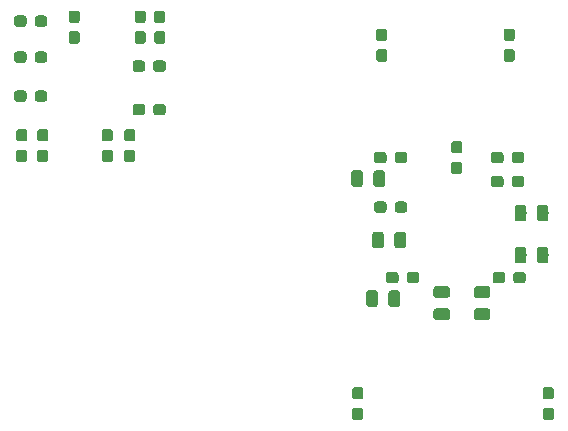
<source format=gbr>
G04 #@! TF.GenerationSoftware,KiCad,Pcbnew,(5.1.2-1)-1*
G04 #@! TF.CreationDate,2020-07-05T10:41:52+01:00*
G04 #@! TF.ProjectId,MZ80-80CLR,4d5a3830-2d38-4304-934c-522e6b696361,rev?*
G04 #@! TF.SameCoordinates,Original*
G04 #@! TF.FileFunction,Paste,Bot*
G04 #@! TF.FilePolarity,Positive*
%FSLAX46Y46*%
G04 Gerber Fmt 4.6, Leading zero omitted, Abs format (unit mm)*
G04 Created by KiCad (PCBNEW (5.1.2-1)-1) date 2020-07-05 10:41:52*
%MOMM*%
%LPD*%
G04 APERTURE LIST*
%ADD10C,0.100000*%
%ADD11C,0.975000*%
%ADD12C,0.950000*%
G04 APERTURE END LIST*
D10*
G36*
X117320142Y-77570174D02*
G01*
X117343803Y-77573684D01*
X117367007Y-77579496D01*
X117389529Y-77587554D01*
X117411153Y-77597782D01*
X117431670Y-77610079D01*
X117450883Y-77624329D01*
X117468607Y-77640393D01*
X117484671Y-77658117D01*
X117498921Y-77677330D01*
X117511218Y-77697847D01*
X117521446Y-77719471D01*
X117529504Y-77741993D01*
X117535316Y-77765197D01*
X117538826Y-77788858D01*
X117540000Y-77812750D01*
X117540000Y-78300250D01*
X117538826Y-78324142D01*
X117535316Y-78347803D01*
X117529504Y-78371007D01*
X117521446Y-78393529D01*
X117511218Y-78415153D01*
X117498921Y-78435670D01*
X117484671Y-78454883D01*
X117468607Y-78472607D01*
X117450883Y-78488671D01*
X117431670Y-78502921D01*
X117411153Y-78515218D01*
X117389529Y-78525446D01*
X117367007Y-78533504D01*
X117343803Y-78539316D01*
X117320142Y-78542826D01*
X117296250Y-78544000D01*
X116383750Y-78544000D01*
X116359858Y-78542826D01*
X116336197Y-78539316D01*
X116312993Y-78533504D01*
X116290471Y-78525446D01*
X116268847Y-78515218D01*
X116248330Y-78502921D01*
X116229117Y-78488671D01*
X116211393Y-78472607D01*
X116195329Y-78454883D01*
X116181079Y-78435670D01*
X116168782Y-78415153D01*
X116158554Y-78393529D01*
X116150496Y-78371007D01*
X116144684Y-78347803D01*
X116141174Y-78324142D01*
X116140000Y-78300250D01*
X116140000Y-77812750D01*
X116141174Y-77788858D01*
X116144684Y-77765197D01*
X116150496Y-77741993D01*
X116158554Y-77719471D01*
X116168782Y-77697847D01*
X116181079Y-77677330D01*
X116195329Y-77658117D01*
X116211393Y-77640393D01*
X116229117Y-77624329D01*
X116248330Y-77610079D01*
X116268847Y-77597782D01*
X116290471Y-77587554D01*
X116312993Y-77579496D01*
X116336197Y-77573684D01*
X116359858Y-77570174D01*
X116383750Y-77569000D01*
X117296250Y-77569000D01*
X117320142Y-77570174D01*
X117320142Y-77570174D01*
G37*
D11*
X116840000Y-78056500D03*
D10*
G36*
X117320142Y-79445174D02*
G01*
X117343803Y-79448684D01*
X117367007Y-79454496D01*
X117389529Y-79462554D01*
X117411153Y-79472782D01*
X117431670Y-79485079D01*
X117450883Y-79499329D01*
X117468607Y-79515393D01*
X117484671Y-79533117D01*
X117498921Y-79552330D01*
X117511218Y-79572847D01*
X117521446Y-79594471D01*
X117529504Y-79616993D01*
X117535316Y-79640197D01*
X117538826Y-79663858D01*
X117540000Y-79687750D01*
X117540000Y-80175250D01*
X117538826Y-80199142D01*
X117535316Y-80222803D01*
X117529504Y-80246007D01*
X117521446Y-80268529D01*
X117511218Y-80290153D01*
X117498921Y-80310670D01*
X117484671Y-80329883D01*
X117468607Y-80347607D01*
X117450883Y-80363671D01*
X117431670Y-80377921D01*
X117411153Y-80390218D01*
X117389529Y-80400446D01*
X117367007Y-80408504D01*
X117343803Y-80414316D01*
X117320142Y-80417826D01*
X117296250Y-80419000D01*
X116383750Y-80419000D01*
X116359858Y-80417826D01*
X116336197Y-80414316D01*
X116312993Y-80408504D01*
X116290471Y-80400446D01*
X116268847Y-80390218D01*
X116248330Y-80377921D01*
X116229117Y-80363671D01*
X116211393Y-80347607D01*
X116195329Y-80329883D01*
X116181079Y-80310670D01*
X116168782Y-80290153D01*
X116158554Y-80268529D01*
X116150496Y-80246007D01*
X116144684Y-80222803D01*
X116141174Y-80199142D01*
X116140000Y-80175250D01*
X116140000Y-79687750D01*
X116141174Y-79663858D01*
X116144684Y-79640197D01*
X116150496Y-79616993D01*
X116158554Y-79594471D01*
X116168782Y-79572847D01*
X116181079Y-79552330D01*
X116195329Y-79533117D01*
X116211393Y-79515393D01*
X116229117Y-79499329D01*
X116248330Y-79485079D01*
X116268847Y-79472782D01*
X116290471Y-79462554D01*
X116312993Y-79454496D01*
X116336197Y-79448684D01*
X116359858Y-79445174D01*
X116383750Y-79444000D01*
X117296250Y-79444000D01*
X117320142Y-79445174D01*
X117320142Y-79445174D01*
G37*
D11*
X116840000Y-79931500D03*
D10*
G36*
X120749142Y-77570174D02*
G01*
X120772803Y-77573684D01*
X120796007Y-77579496D01*
X120818529Y-77587554D01*
X120840153Y-77597782D01*
X120860670Y-77610079D01*
X120879883Y-77624329D01*
X120897607Y-77640393D01*
X120913671Y-77658117D01*
X120927921Y-77677330D01*
X120940218Y-77697847D01*
X120950446Y-77719471D01*
X120958504Y-77741993D01*
X120964316Y-77765197D01*
X120967826Y-77788858D01*
X120969000Y-77812750D01*
X120969000Y-78300250D01*
X120967826Y-78324142D01*
X120964316Y-78347803D01*
X120958504Y-78371007D01*
X120950446Y-78393529D01*
X120940218Y-78415153D01*
X120927921Y-78435670D01*
X120913671Y-78454883D01*
X120897607Y-78472607D01*
X120879883Y-78488671D01*
X120860670Y-78502921D01*
X120840153Y-78515218D01*
X120818529Y-78525446D01*
X120796007Y-78533504D01*
X120772803Y-78539316D01*
X120749142Y-78542826D01*
X120725250Y-78544000D01*
X119812750Y-78544000D01*
X119788858Y-78542826D01*
X119765197Y-78539316D01*
X119741993Y-78533504D01*
X119719471Y-78525446D01*
X119697847Y-78515218D01*
X119677330Y-78502921D01*
X119658117Y-78488671D01*
X119640393Y-78472607D01*
X119624329Y-78454883D01*
X119610079Y-78435670D01*
X119597782Y-78415153D01*
X119587554Y-78393529D01*
X119579496Y-78371007D01*
X119573684Y-78347803D01*
X119570174Y-78324142D01*
X119569000Y-78300250D01*
X119569000Y-77812750D01*
X119570174Y-77788858D01*
X119573684Y-77765197D01*
X119579496Y-77741993D01*
X119587554Y-77719471D01*
X119597782Y-77697847D01*
X119610079Y-77677330D01*
X119624329Y-77658117D01*
X119640393Y-77640393D01*
X119658117Y-77624329D01*
X119677330Y-77610079D01*
X119697847Y-77597782D01*
X119719471Y-77587554D01*
X119741993Y-77579496D01*
X119765197Y-77573684D01*
X119788858Y-77570174D01*
X119812750Y-77569000D01*
X120725250Y-77569000D01*
X120749142Y-77570174D01*
X120749142Y-77570174D01*
G37*
D11*
X120269000Y-78056500D03*
D10*
G36*
X120749142Y-79445174D02*
G01*
X120772803Y-79448684D01*
X120796007Y-79454496D01*
X120818529Y-79462554D01*
X120840153Y-79472782D01*
X120860670Y-79485079D01*
X120879883Y-79499329D01*
X120897607Y-79515393D01*
X120913671Y-79533117D01*
X120927921Y-79552330D01*
X120940218Y-79572847D01*
X120950446Y-79594471D01*
X120958504Y-79616993D01*
X120964316Y-79640197D01*
X120967826Y-79663858D01*
X120969000Y-79687750D01*
X120969000Y-80175250D01*
X120967826Y-80199142D01*
X120964316Y-80222803D01*
X120958504Y-80246007D01*
X120950446Y-80268529D01*
X120940218Y-80290153D01*
X120927921Y-80310670D01*
X120913671Y-80329883D01*
X120897607Y-80347607D01*
X120879883Y-80363671D01*
X120860670Y-80377921D01*
X120840153Y-80390218D01*
X120818529Y-80400446D01*
X120796007Y-80408504D01*
X120772803Y-80414316D01*
X120749142Y-80417826D01*
X120725250Y-80419000D01*
X119812750Y-80419000D01*
X119788858Y-80417826D01*
X119765197Y-80414316D01*
X119741993Y-80408504D01*
X119719471Y-80400446D01*
X119697847Y-80390218D01*
X119677330Y-80377921D01*
X119658117Y-80363671D01*
X119640393Y-80347607D01*
X119624329Y-80329883D01*
X119610079Y-80310670D01*
X119597782Y-80290153D01*
X119587554Y-80268529D01*
X119579496Y-80246007D01*
X119573684Y-80222803D01*
X119570174Y-80199142D01*
X119569000Y-80175250D01*
X119569000Y-79687750D01*
X119570174Y-79663858D01*
X119573684Y-79640197D01*
X119579496Y-79616993D01*
X119587554Y-79594471D01*
X119597782Y-79572847D01*
X119610079Y-79552330D01*
X119624329Y-79533117D01*
X119640393Y-79515393D01*
X119658117Y-79499329D01*
X119677330Y-79485079D01*
X119697847Y-79472782D01*
X119719471Y-79462554D01*
X119741993Y-79454496D01*
X119765197Y-79448684D01*
X119788858Y-79445174D01*
X119812750Y-79444000D01*
X120725250Y-79444000D01*
X120749142Y-79445174D01*
X120749142Y-79445174D01*
G37*
D11*
X120269000Y-79931500D03*
D10*
G36*
X123790142Y-70675174D02*
G01*
X123813803Y-70678684D01*
X123837007Y-70684496D01*
X123859529Y-70692554D01*
X123881153Y-70702782D01*
X123901670Y-70715079D01*
X123920883Y-70729329D01*
X123938607Y-70745393D01*
X123954671Y-70763117D01*
X123968921Y-70782330D01*
X123981218Y-70802847D01*
X123991446Y-70824471D01*
X123999504Y-70846993D01*
X124005316Y-70870197D01*
X124008826Y-70893858D01*
X124010000Y-70917750D01*
X124010000Y-71830250D01*
X124008826Y-71854142D01*
X124005316Y-71877803D01*
X123999504Y-71901007D01*
X123991446Y-71923529D01*
X123981218Y-71945153D01*
X123968921Y-71965670D01*
X123954671Y-71984883D01*
X123938607Y-72002607D01*
X123920883Y-72018671D01*
X123901670Y-72032921D01*
X123881153Y-72045218D01*
X123859529Y-72055446D01*
X123837007Y-72063504D01*
X123813803Y-72069316D01*
X123790142Y-72072826D01*
X123766250Y-72074000D01*
X123278750Y-72074000D01*
X123254858Y-72072826D01*
X123231197Y-72069316D01*
X123207993Y-72063504D01*
X123185471Y-72055446D01*
X123163847Y-72045218D01*
X123143330Y-72032921D01*
X123124117Y-72018671D01*
X123106393Y-72002607D01*
X123090329Y-71984883D01*
X123076079Y-71965670D01*
X123063782Y-71945153D01*
X123053554Y-71923529D01*
X123045496Y-71901007D01*
X123039684Y-71877803D01*
X123036174Y-71854142D01*
X123035000Y-71830250D01*
X123035000Y-70917750D01*
X123036174Y-70893858D01*
X123039684Y-70870197D01*
X123045496Y-70846993D01*
X123053554Y-70824471D01*
X123063782Y-70802847D01*
X123076079Y-70782330D01*
X123090329Y-70763117D01*
X123106393Y-70745393D01*
X123124117Y-70729329D01*
X123143330Y-70715079D01*
X123163847Y-70702782D01*
X123185471Y-70692554D01*
X123207993Y-70684496D01*
X123231197Y-70678684D01*
X123254858Y-70675174D01*
X123278750Y-70674000D01*
X123766250Y-70674000D01*
X123790142Y-70675174D01*
X123790142Y-70675174D01*
G37*
D11*
X123522500Y-71374000D03*
D10*
G36*
X125665142Y-70675174D02*
G01*
X125688803Y-70678684D01*
X125712007Y-70684496D01*
X125734529Y-70692554D01*
X125756153Y-70702782D01*
X125776670Y-70715079D01*
X125795883Y-70729329D01*
X125813607Y-70745393D01*
X125829671Y-70763117D01*
X125843921Y-70782330D01*
X125856218Y-70802847D01*
X125866446Y-70824471D01*
X125874504Y-70846993D01*
X125880316Y-70870197D01*
X125883826Y-70893858D01*
X125885000Y-70917750D01*
X125885000Y-71830250D01*
X125883826Y-71854142D01*
X125880316Y-71877803D01*
X125874504Y-71901007D01*
X125866446Y-71923529D01*
X125856218Y-71945153D01*
X125843921Y-71965670D01*
X125829671Y-71984883D01*
X125813607Y-72002607D01*
X125795883Y-72018671D01*
X125776670Y-72032921D01*
X125756153Y-72045218D01*
X125734529Y-72055446D01*
X125712007Y-72063504D01*
X125688803Y-72069316D01*
X125665142Y-72072826D01*
X125641250Y-72074000D01*
X125153750Y-72074000D01*
X125129858Y-72072826D01*
X125106197Y-72069316D01*
X125082993Y-72063504D01*
X125060471Y-72055446D01*
X125038847Y-72045218D01*
X125018330Y-72032921D01*
X124999117Y-72018671D01*
X124981393Y-72002607D01*
X124965329Y-71984883D01*
X124951079Y-71965670D01*
X124938782Y-71945153D01*
X124928554Y-71923529D01*
X124920496Y-71901007D01*
X124914684Y-71877803D01*
X124911174Y-71854142D01*
X124910000Y-71830250D01*
X124910000Y-70917750D01*
X124911174Y-70893858D01*
X124914684Y-70870197D01*
X124920496Y-70846993D01*
X124928554Y-70824471D01*
X124938782Y-70802847D01*
X124951079Y-70782330D01*
X124965329Y-70763117D01*
X124981393Y-70745393D01*
X124999117Y-70729329D01*
X125018330Y-70715079D01*
X125038847Y-70702782D01*
X125060471Y-70692554D01*
X125082993Y-70684496D01*
X125106197Y-70678684D01*
X125129858Y-70675174D01*
X125153750Y-70674000D01*
X125641250Y-70674000D01*
X125665142Y-70675174D01*
X125665142Y-70675174D01*
G37*
D11*
X125397500Y-71374000D03*
D10*
G36*
X113092142Y-77914174D02*
G01*
X113115803Y-77917684D01*
X113139007Y-77923496D01*
X113161529Y-77931554D01*
X113183153Y-77941782D01*
X113203670Y-77954079D01*
X113222883Y-77968329D01*
X113240607Y-77984393D01*
X113256671Y-78002117D01*
X113270921Y-78021330D01*
X113283218Y-78041847D01*
X113293446Y-78063471D01*
X113301504Y-78085993D01*
X113307316Y-78109197D01*
X113310826Y-78132858D01*
X113312000Y-78156750D01*
X113312000Y-79069250D01*
X113310826Y-79093142D01*
X113307316Y-79116803D01*
X113301504Y-79140007D01*
X113293446Y-79162529D01*
X113283218Y-79184153D01*
X113270921Y-79204670D01*
X113256671Y-79223883D01*
X113240607Y-79241607D01*
X113222883Y-79257671D01*
X113203670Y-79271921D01*
X113183153Y-79284218D01*
X113161529Y-79294446D01*
X113139007Y-79302504D01*
X113115803Y-79308316D01*
X113092142Y-79311826D01*
X113068250Y-79313000D01*
X112580750Y-79313000D01*
X112556858Y-79311826D01*
X112533197Y-79308316D01*
X112509993Y-79302504D01*
X112487471Y-79294446D01*
X112465847Y-79284218D01*
X112445330Y-79271921D01*
X112426117Y-79257671D01*
X112408393Y-79241607D01*
X112392329Y-79223883D01*
X112378079Y-79204670D01*
X112365782Y-79184153D01*
X112355554Y-79162529D01*
X112347496Y-79140007D01*
X112341684Y-79116803D01*
X112338174Y-79093142D01*
X112337000Y-79069250D01*
X112337000Y-78156750D01*
X112338174Y-78132858D01*
X112341684Y-78109197D01*
X112347496Y-78085993D01*
X112355554Y-78063471D01*
X112365782Y-78041847D01*
X112378079Y-78021330D01*
X112392329Y-78002117D01*
X112408393Y-77984393D01*
X112426117Y-77968329D01*
X112445330Y-77954079D01*
X112465847Y-77941782D01*
X112487471Y-77931554D01*
X112509993Y-77923496D01*
X112533197Y-77917684D01*
X112556858Y-77914174D01*
X112580750Y-77913000D01*
X113068250Y-77913000D01*
X113092142Y-77914174D01*
X113092142Y-77914174D01*
G37*
D11*
X112824500Y-78613000D03*
D10*
G36*
X111217142Y-77914174D02*
G01*
X111240803Y-77917684D01*
X111264007Y-77923496D01*
X111286529Y-77931554D01*
X111308153Y-77941782D01*
X111328670Y-77954079D01*
X111347883Y-77968329D01*
X111365607Y-77984393D01*
X111381671Y-78002117D01*
X111395921Y-78021330D01*
X111408218Y-78041847D01*
X111418446Y-78063471D01*
X111426504Y-78085993D01*
X111432316Y-78109197D01*
X111435826Y-78132858D01*
X111437000Y-78156750D01*
X111437000Y-79069250D01*
X111435826Y-79093142D01*
X111432316Y-79116803D01*
X111426504Y-79140007D01*
X111418446Y-79162529D01*
X111408218Y-79184153D01*
X111395921Y-79204670D01*
X111381671Y-79223883D01*
X111365607Y-79241607D01*
X111347883Y-79257671D01*
X111328670Y-79271921D01*
X111308153Y-79284218D01*
X111286529Y-79294446D01*
X111264007Y-79302504D01*
X111240803Y-79308316D01*
X111217142Y-79311826D01*
X111193250Y-79313000D01*
X110705750Y-79313000D01*
X110681858Y-79311826D01*
X110658197Y-79308316D01*
X110634993Y-79302504D01*
X110612471Y-79294446D01*
X110590847Y-79284218D01*
X110570330Y-79271921D01*
X110551117Y-79257671D01*
X110533393Y-79241607D01*
X110517329Y-79223883D01*
X110503079Y-79204670D01*
X110490782Y-79184153D01*
X110480554Y-79162529D01*
X110472496Y-79140007D01*
X110466684Y-79116803D01*
X110463174Y-79093142D01*
X110462000Y-79069250D01*
X110462000Y-78156750D01*
X110463174Y-78132858D01*
X110466684Y-78109197D01*
X110472496Y-78085993D01*
X110480554Y-78063471D01*
X110490782Y-78041847D01*
X110503079Y-78021330D01*
X110517329Y-78002117D01*
X110533393Y-77984393D01*
X110551117Y-77968329D01*
X110570330Y-77954079D01*
X110590847Y-77941782D01*
X110612471Y-77931554D01*
X110634993Y-77923496D01*
X110658197Y-77917684D01*
X110681858Y-77914174D01*
X110705750Y-77913000D01*
X111193250Y-77913000D01*
X111217142Y-77914174D01*
X111217142Y-77914174D01*
G37*
D11*
X110949500Y-78613000D03*
D10*
G36*
X123790142Y-74231174D02*
G01*
X123813803Y-74234684D01*
X123837007Y-74240496D01*
X123859529Y-74248554D01*
X123881153Y-74258782D01*
X123901670Y-74271079D01*
X123920883Y-74285329D01*
X123938607Y-74301393D01*
X123954671Y-74319117D01*
X123968921Y-74338330D01*
X123981218Y-74358847D01*
X123991446Y-74380471D01*
X123999504Y-74402993D01*
X124005316Y-74426197D01*
X124008826Y-74449858D01*
X124010000Y-74473750D01*
X124010000Y-75386250D01*
X124008826Y-75410142D01*
X124005316Y-75433803D01*
X123999504Y-75457007D01*
X123991446Y-75479529D01*
X123981218Y-75501153D01*
X123968921Y-75521670D01*
X123954671Y-75540883D01*
X123938607Y-75558607D01*
X123920883Y-75574671D01*
X123901670Y-75588921D01*
X123881153Y-75601218D01*
X123859529Y-75611446D01*
X123837007Y-75619504D01*
X123813803Y-75625316D01*
X123790142Y-75628826D01*
X123766250Y-75630000D01*
X123278750Y-75630000D01*
X123254858Y-75628826D01*
X123231197Y-75625316D01*
X123207993Y-75619504D01*
X123185471Y-75611446D01*
X123163847Y-75601218D01*
X123143330Y-75588921D01*
X123124117Y-75574671D01*
X123106393Y-75558607D01*
X123090329Y-75540883D01*
X123076079Y-75521670D01*
X123063782Y-75501153D01*
X123053554Y-75479529D01*
X123045496Y-75457007D01*
X123039684Y-75433803D01*
X123036174Y-75410142D01*
X123035000Y-75386250D01*
X123035000Y-74473750D01*
X123036174Y-74449858D01*
X123039684Y-74426197D01*
X123045496Y-74402993D01*
X123053554Y-74380471D01*
X123063782Y-74358847D01*
X123076079Y-74338330D01*
X123090329Y-74319117D01*
X123106393Y-74301393D01*
X123124117Y-74285329D01*
X123143330Y-74271079D01*
X123163847Y-74258782D01*
X123185471Y-74248554D01*
X123207993Y-74240496D01*
X123231197Y-74234684D01*
X123254858Y-74231174D01*
X123278750Y-74230000D01*
X123766250Y-74230000D01*
X123790142Y-74231174D01*
X123790142Y-74231174D01*
G37*
D11*
X123522500Y-74930000D03*
D10*
G36*
X125665142Y-74231174D02*
G01*
X125688803Y-74234684D01*
X125712007Y-74240496D01*
X125734529Y-74248554D01*
X125756153Y-74258782D01*
X125776670Y-74271079D01*
X125795883Y-74285329D01*
X125813607Y-74301393D01*
X125829671Y-74319117D01*
X125843921Y-74338330D01*
X125856218Y-74358847D01*
X125866446Y-74380471D01*
X125874504Y-74402993D01*
X125880316Y-74426197D01*
X125883826Y-74449858D01*
X125885000Y-74473750D01*
X125885000Y-75386250D01*
X125883826Y-75410142D01*
X125880316Y-75433803D01*
X125874504Y-75457007D01*
X125866446Y-75479529D01*
X125856218Y-75501153D01*
X125843921Y-75521670D01*
X125829671Y-75540883D01*
X125813607Y-75558607D01*
X125795883Y-75574671D01*
X125776670Y-75588921D01*
X125756153Y-75601218D01*
X125734529Y-75611446D01*
X125712007Y-75619504D01*
X125688803Y-75625316D01*
X125665142Y-75628826D01*
X125641250Y-75630000D01*
X125153750Y-75630000D01*
X125129858Y-75628826D01*
X125106197Y-75625316D01*
X125082993Y-75619504D01*
X125060471Y-75611446D01*
X125038847Y-75601218D01*
X125018330Y-75588921D01*
X124999117Y-75574671D01*
X124981393Y-75558607D01*
X124965329Y-75540883D01*
X124951079Y-75521670D01*
X124938782Y-75501153D01*
X124928554Y-75479529D01*
X124920496Y-75457007D01*
X124914684Y-75433803D01*
X124911174Y-75410142D01*
X124910000Y-75386250D01*
X124910000Y-74473750D01*
X124911174Y-74449858D01*
X124914684Y-74426197D01*
X124920496Y-74402993D01*
X124928554Y-74380471D01*
X124938782Y-74358847D01*
X124951079Y-74338330D01*
X124965329Y-74319117D01*
X124981393Y-74301393D01*
X124999117Y-74285329D01*
X125018330Y-74271079D01*
X125038847Y-74258782D01*
X125060471Y-74248554D01*
X125082993Y-74240496D01*
X125106197Y-74234684D01*
X125129858Y-74231174D01*
X125153750Y-74230000D01*
X125641250Y-74230000D01*
X125665142Y-74231174D01*
X125665142Y-74231174D01*
G37*
D11*
X125397500Y-74930000D03*
D10*
G36*
X113600142Y-72961174D02*
G01*
X113623803Y-72964684D01*
X113647007Y-72970496D01*
X113669529Y-72978554D01*
X113691153Y-72988782D01*
X113711670Y-73001079D01*
X113730883Y-73015329D01*
X113748607Y-73031393D01*
X113764671Y-73049117D01*
X113778921Y-73068330D01*
X113791218Y-73088847D01*
X113801446Y-73110471D01*
X113809504Y-73132993D01*
X113815316Y-73156197D01*
X113818826Y-73179858D01*
X113820000Y-73203750D01*
X113820000Y-74116250D01*
X113818826Y-74140142D01*
X113815316Y-74163803D01*
X113809504Y-74187007D01*
X113801446Y-74209529D01*
X113791218Y-74231153D01*
X113778921Y-74251670D01*
X113764671Y-74270883D01*
X113748607Y-74288607D01*
X113730883Y-74304671D01*
X113711670Y-74318921D01*
X113691153Y-74331218D01*
X113669529Y-74341446D01*
X113647007Y-74349504D01*
X113623803Y-74355316D01*
X113600142Y-74358826D01*
X113576250Y-74360000D01*
X113088750Y-74360000D01*
X113064858Y-74358826D01*
X113041197Y-74355316D01*
X113017993Y-74349504D01*
X112995471Y-74341446D01*
X112973847Y-74331218D01*
X112953330Y-74318921D01*
X112934117Y-74304671D01*
X112916393Y-74288607D01*
X112900329Y-74270883D01*
X112886079Y-74251670D01*
X112873782Y-74231153D01*
X112863554Y-74209529D01*
X112855496Y-74187007D01*
X112849684Y-74163803D01*
X112846174Y-74140142D01*
X112845000Y-74116250D01*
X112845000Y-73203750D01*
X112846174Y-73179858D01*
X112849684Y-73156197D01*
X112855496Y-73132993D01*
X112863554Y-73110471D01*
X112873782Y-73088847D01*
X112886079Y-73068330D01*
X112900329Y-73049117D01*
X112916393Y-73031393D01*
X112934117Y-73015329D01*
X112953330Y-73001079D01*
X112973847Y-72988782D01*
X112995471Y-72978554D01*
X113017993Y-72970496D01*
X113041197Y-72964684D01*
X113064858Y-72961174D01*
X113088750Y-72960000D01*
X113576250Y-72960000D01*
X113600142Y-72961174D01*
X113600142Y-72961174D01*
G37*
D11*
X113332500Y-73660000D03*
D10*
G36*
X111725142Y-72961174D02*
G01*
X111748803Y-72964684D01*
X111772007Y-72970496D01*
X111794529Y-72978554D01*
X111816153Y-72988782D01*
X111836670Y-73001079D01*
X111855883Y-73015329D01*
X111873607Y-73031393D01*
X111889671Y-73049117D01*
X111903921Y-73068330D01*
X111916218Y-73088847D01*
X111926446Y-73110471D01*
X111934504Y-73132993D01*
X111940316Y-73156197D01*
X111943826Y-73179858D01*
X111945000Y-73203750D01*
X111945000Y-74116250D01*
X111943826Y-74140142D01*
X111940316Y-74163803D01*
X111934504Y-74187007D01*
X111926446Y-74209529D01*
X111916218Y-74231153D01*
X111903921Y-74251670D01*
X111889671Y-74270883D01*
X111873607Y-74288607D01*
X111855883Y-74304671D01*
X111836670Y-74318921D01*
X111816153Y-74331218D01*
X111794529Y-74341446D01*
X111772007Y-74349504D01*
X111748803Y-74355316D01*
X111725142Y-74358826D01*
X111701250Y-74360000D01*
X111213750Y-74360000D01*
X111189858Y-74358826D01*
X111166197Y-74355316D01*
X111142993Y-74349504D01*
X111120471Y-74341446D01*
X111098847Y-74331218D01*
X111078330Y-74318921D01*
X111059117Y-74304671D01*
X111041393Y-74288607D01*
X111025329Y-74270883D01*
X111011079Y-74251670D01*
X110998782Y-74231153D01*
X110988554Y-74209529D01*
X110980496Y-74187007D01*
X110974684Y-74163803D01*
X110971174Y-74140142D01*
X110970000Y-74116250D01*
X110970000Y-73203750D01*
X110971174Y-73179858D01*
X110974684Y-73156197D01*
X110980496Y-73132993D01*
X110988554Y-73110471D01*
X110998782Y-73088847D01*
X111011079Y-73068330D01*
X111025329Y-73049117D01*
X111041393Y-73031393D01*
X111059117Y-73015329D01*
X111078330Y-73001079D01*
X111098847Y-72988782D01*
X111120471Y-72978554D01*
X111142993Y-72970496D01*
X111166197Y-72964684D01*
X111189858Y-72961174D01*
X111213750Y-72960000D01*
X111701250Y-72960000D01*
X111725142Y-72961174D01*
X111725142Y-72961174D01*
G37*
D11*
X111457500Y-73660000D03*
D10*
G36*
X111822142Y-67754174D02*
G01*
X111845803Y-67757684D01*
X111869007Y-67763496D01*
X111891529Y-67771554D01*
X111913153Y-67781782D01*
X111933670Y-67794079D01*
X111952883Y-67808329D01*
X111970607Y-67824393D01*
X111986671Y-67842117D01*
X112000921Y-67861330D01*
X112013218Y-67881847D01*
X112023446Y-67903471D01*
X112031504Y-67925993D01*
X112037316Y-67949197D01*
X112040826Y-67972858D01*
X112042000Y-67996750D01*
X112042000Y-68909250D01*
X112040826Y-68933142D01*
X112037316Y-68956803D01*
X112031504Y-68980007D01*
X112023446Y-69002529D01*
X112013218Y-69024153D01*
X112000921Y-69044670D01*
X111986671Y-69063883D01*
X111970607Y-69081607D01*
X111952883Y-69097671D01*
X111933670Y-69111921D01*
X111913153Y-69124218D01*
X111891529Y-69134446D01*
X111869007Y-69142504D01*
X111845803Y-69148316D01*
X111822142Y-69151826D01*
X111798250Y-69153000D01*
X111310750Y-69153000D01*
X111286858Y-69151826D01*
X111263197Y-69148316D01*
X111239993Y-69142504D01*
X111217471Y-69134446D01*
X111195847Y-69124218D01*
X111175330Y-69111921D01*
X111156117Y-69097671D01*
X111138393Y-69081607D01*
X111122329Y-69063883D01*
X111108079Y-69044670D01*
X111095782Y-69024153D01*
X111085554Y-69002529D01*
X111077496Y-68980007D01*
X111071684Y-68956803D01*
X111068174Y-68933142D01*
X111067000Y-68909250D01*
X111067000Y-67996750D01*
X111068174Y-67972858D01*
X111071684Y-67949197D01*
X111077496Y-67925993D01*
X111085554Y-67903471D01*
X111095782Y-67881847D01*
X111108079Y-67861330D01*
X111122329Y-67842117D01*
X111138393Y-67824393D01*
X111156117Y-67808329D01*
X111175330Y-67794079D01*
X111195847Y-67781782D01*
X111217471Y-67771554D01*
X111239993Y-67763496D01*
X111263197Y-67757684D01*
X111286858Y-67754174D01*
X111310750Y-67753000D01*
X111798250Y-67753000D01*
X111822142Y-67754174D01*
X111822142Y-67754174D01*
G37*
D11*
X111554500Y-68453000D03*
D10*
G36*
X109947142Y-67754174D02*
G01*
X109970803Y-67757684D01*
X109994007Y-67763496D01*
X110016529Y-67771554D01*
X110038153Y-67781782D01*
X110058670Y-67794079D01*
X110077883Y-67808329D01*
X110095607Y-67824393D01*
X110111671Y-67842117D01*
X110125921Y-67861330D01*
X110138218Y-67881847D01*
X110148446Y-67903471D01*
X110156504Y-67925993D01*
X110162316Y-67949197D01*
X110165826Y-67972858D01*
X110167000Y-67996750D01*
X110167000Y-68909250D01*
X110165826Y-68933142D01*
X110162316Y-68956803D01*
X110156504Y-68980007D01*
X110148446Y-69002529D01*
X110138218Y-69024153D01*
X110125921Y-69044670D01*
X110111671Y-69063883D01*
X110095607Y-69081607D01*
X110077883Y-69097671D01*
X110058670Y-69111921D01*
X110038153Y-69124218D01*
X110016529Y-69134446D01*
X109994007Y-69142504D01*
X109970803Y-69148316D01*
X109947142Y-69151826D01*
X109923250Y-69153000D01*
X109435750Y-69153000D01*
X109411858Y-69151826D01*
X109388197Y-69148316D01*
X109364993Y-69142504D01*
X109342471Y-69134446D01*
X109320847Y-69124218D01*
X109300330Y-69111921D01*
X109281117Y-69097671D01*
X109263393Y-69081607D01*
X109247329Y-69063883D01*
X109233079Y-69044670D01*
X109220782Y-69024153D01*
X109210554Y-69002529D01*
X109202496Y-68980007D01*
X109196684Y-68956803D01*
X109193174Y-68933142D01*
X109192000Y-68909250D01*
X109192000Y-67996750D01*
X109193174Y-67972858D01*
X109196684Y-67949197D01*
X109202496Y-67925993D01*
X109210554Y-67903471D01*
X109220782Y-67881847D01*
X109233079Y-67861330D01*
X109247329Y-67842117D01*
X109263393Y-67824393D01*
X109281117Y-67808329D01*
X109300330Y-67794079D01*
X109320847Y-67781782D01*
X109342471Y-67771554D01*
X109364993Y-67763496D01*
X109388197Y-67757684D01*
X109411858Y-67754174D01*
X109435750Y-67753000D01*
X109923250Y-67753000D01*
X109947142Y-67754174D01*
X109947142Y-67754174D01*
G37*
D11*
X109679500Y-68453000D03*
D10*
G36*
X81540779Y-64260144D02*
G01*
X81563834Y-64263563D01*
X81586443Y-64269227D01*
X81608387Y-64277079D01*
X81629457Y-64287044D01*
X81649448Y-64299026D01*
X81668168Y-64312910D01*
X81685438Y-64328562D01*
X81701090Y-64345832D01*
X81714974Y-64364552D01*
X81726956Y-64384543D01*
X81736921Y-64405613D01*
X81744773Y-64427557D01*
X81750437Y-64450166D01*
X81753856Y-64473221D01*
X81755000Y-64496500D01*
X81755000Y-65071500D01*
X81753856Y-65094779D01*
X81750437Y-65117834D01*
X81744773Y-65140443D01*
X81736921Y-65162387D01*
X81726956Y-65183457D01*
X81714974Y-65203448D01*
X81701090Y-65222168D01*
X81685438Y-65239438D01*
X81668168Y-65255090D01*
X81649448Y-65268974D01*
X81629457Y-65280956D01*
X81608387Y-65290921D01*
X81586443Y-65298773D01*
X81563834Y-65304437D01*
X81540779Y-65307856D01*
X81517500Y-65309000D01*
X81042500Y-65309000D01*
X81019221Y-65307856D01*
X80996166Y-65304437D01*
X80973557Y-65298773D01*
X80951613Y-65290921D01*
X80930543Y-65280956D01*
X80910552Y-65268974D01*
X80891832Y-65255090D01*
X80874562Y-65239438D01*
X80858910Y-65222168D01*
X80845026Y-65203448D01*
X80833044Y-65183457D01*
X80823079Y-65162387D01*
X80815227Y-65140443D01*
X80809563Y-65117834D01*
X80806144Y-65094779D01*
X80805000Y-65071500D01*
X80805000Y-64496500D01*
X80806144Y-64473221D01*
X80809563Y-64450166D01*
X80815227Y-64427557D01*
X80823079Y-64405613D01*
X80833044Y-64384543D01*
X80845026Y-64364552D01*
X80858910Y-64345832D01*
X80874562Y-64328562D01*
X80891832Y-64312910D01*
X80910552Y-64299026D01*
X80930543Y-64287044D01*
X80951613Y-64277079D01*
X80973557Y-64269227D01*
X80996166Y-64263563D01*
X81019221Y-64260144D01*
X81042500Y-64259000D01*
X81517500Y-64259000D01*
X81540779Y-64260144D01*
X81540779Y-64260144D01*
G37*
D12*
X81280000Y-64784000D03*
D10*
G36*
X81540779Y-66010144D02*
G01*
X81563834Y-66013563D01*
X81586443Y-66019227D01*
X81608387Y-66027079D01*
X81629457Y-66037044D01*
X81649448Y-66049026D01*
X81668168Y-66062910D01*
X81685438Y-66078562D01*
X81701090Y-66095832D01*
X81714974Y-66114552D01*
X81726956Y-66134543D01*
X81736921Y-66155613D01*
X81744773Y-66177557D01*
X81750437Y-66200166D01*
X81753856Y-66223221D01*
X81755000Y-66246500D01*
X81755000Y-66821500D01*
X81753856Y-66844779D01*
X81750437Y-66867834D01*
X81744773Y-66890443D01*
X81736921Y-66912387D01*
X81726956Y-66933457D01*
X81714974Y-66953448D01*
X81701090Y-66972168D01*
X81685438Y-66989438D01*
X81668168Y-67005090D01*
X81649448Y-67018974D01*
X81629457Y-67030956D01*
X81608387Y-67040921D01*
X81586443Y-67048773D01*
X81563834Y-67054437D01*
X81540779Y-67057856D01*
X81517500Y-67059000D01*
X81042500Y-67059000D01*
X81019221Y-67057856D01*
X80996166Y-67054437D01*
X80973557Y-67048773D01*
X80951613Y-67040921D01*
X80930543Y-67030956D01*
X80910552Y-67018974D01*
X80891832Y-67005090D01*
X80874562Y-66989438D01*
X80858910Y-66972168D01*
X80845026Y-66953448D01*
X80833044Y-66933457D01*
X80823079Y-66912387D01*
X80815227Y-66890443D01*
X80809563Y-66867834D01*
X80806144Y-66844779D01*
X80805000Y-66821500D01*
X80805000Y-66246500D01*
X80806144Y-66223221D01*
X80809563Y-66200166D01*
X80815227Y-66177557D01*
X80823079Y-66155613D01*
X80833044Y-66134543D01*
X80845026Y-66114552D01*
X80858910Y-66095832D01*
X80874562Y-66078562D01*
X80891832Y-66062910D01*
X80910552Y-66049026D01*
X80930543Y-66037044D01*
X80951613Y-66027079D01*
X80973557Y-66019227D01*
X80996166Y-66013563D01*
X81019221Y-66010144D01*
X81042500Y-66009000D01*
X81517500Y-66009000D01*
X81540779Y-66010144D01*
X81540779Y-66010144D01*
G37*
D12*
X81280000Y-66534000D03*
D10*
G36*
X83227779Y-60994144D02*
G01*
X83250834Y-60997563D01*
X83273443Y-61003227D01*
X83295387Y-61011079D01*
X83316457Y-61021044D01*
X83336448Y-61033026D01*
X83355168Y-61046910D01*
X83372438Y-61062562D01*
X83388090Y-61079832D01*
X83401974Y-61098552D01*
X83413956Y-61118543D01*
X83423921Y-61139613D01*
X83431773Y-61161557D01*
X83437437Y-61184166D01*
X83440856Y-61207221D01*
X83442000Y-61230500D01*
X83442000Y-61705500D01*
X83440856Y-61728779D01*
X83437437Y-61751834D01*
X83431773Y-61774443D01*
X83423921Y-61796387D01*
X83413956Y-61817457D01*
X83401974Y-61837448D01*
X83388090Y-61856168D01*
X83372438Y-61873438D01*
X83355168Y-61889090D01*
X83336448Y-61902974D01*
X83316457Y-61914956D01*
X83295387Y-61924921D01*
X83273443Y-61932773D01*
X83250834Y-61938437D01*
X83227779Y-61941856D01*
X83204500Y-61943000D01*
X82629500Y-61943000D01*
X82606221Y-61941856D01*
X82583166Y-61938437D01*
X82560557Y-61932773D01*
X82538613Y-61924921D01*
X82517543Y-61914956D01*
X82497552Y-61902974D01*
X82478832Y-61889090D01*
X82461562Y-61873438D01*
X82445910Y-61856168D01*
X82432026Y-61837448D01*
X82420044Y-61817457D01*
X82410079Y-61796387D01*
X82402227Y-61774443D01*
X82396563Y-61751834D01*
X82393144Y-61728779D01*
X82392000Y-61705500D01*
X82392000Y-61230500D01*
X82393144Y-61207221D01*
X82396563Y-61184166D01*
X82402227Y-61161557D01*
X82410079Y-61139613D01*
X82420044Y-61118543D01*
X82432026Y-61098552D01*
X82445910Y-61079832D01*
X82461562Y-61062562D01*
X82478832Y-61046910D01*
X82497552Y-61033026D01*
X82517543Y-61021044D01*
X82538613Y-61011079D01*
X82560557Y-61003227D01*
X82583166Y-60997563D01*
X82606221Y-60994144D01*
X82629500Y-60993000D01*
X83204500Y-60993000D01*
X83227779Y-60994144D01*
X83227779Y-60994144D01*
G37*
D12*
X82917000Y-61468000D03*
D10*
G36*
X81477779Y-60994144D02*
G01*
X81500834Y-60997563D01*
X81523443Y-61003227D01*
X81545387Y-61011079D01*
X81566457Y-61021044D01*
X81586448Y-61033026D01*
X81605168Y-61046910D01*
X81622438Y-61062562D01*
X81638090Y-61079832D01*
X81651974Y-61098552D01*
X81663956Y-61118543D01*
X81673921Y-61139613D01*
X81681773Y-61161557D01*
X81687437Y-61184166D01*
X81690856Y-61207221D01*
X81692000Y-61230500D01*
X81692000Y-61705500D01*
X81690856Y-61728779D01*
X81687437Y-61751834D01*
X81681773Y-61774443D01*
X81673921Y-61796387D01*
X81663956Y-61817457D01*
X81651974Y-61837448D01*
X81638090Y-61856168D01*
X81622438Y-61873438D01*
X81605168Y-61889090D01*
X81586448Y-61902974D01*
X81566457Y-61914956D01*
X81545387Y-61924921D01*
X81523443Y-61932773D01*
X81500834Y-61938437D01*
X81477779Y-61941856D01*
X81454500Y-61943000D01*
X80879500Y-61943000D01*
X80856221Y-61941856D01*
X80833166Y-61938437D01*
X80810557Y-61932773D01*
X80788613Y-61924921D01*
X80767543Y-61914956D01*
X80747552Y-61902974D01*
X80728832Y-61889090D01*
X80711562Y-61873438D01*
X80695910Y-61856168D01*
X80682026Y-61837448D01*
X80670044Y-61817457D01*
X80660079Y-61796387D01*
X80652227Y-61774443D01*
X80646563Y-61751834D01*
X80643144Y-61728779D01*
X80642000Y-61705500D01*
X80642000Y-61230500D01*
X80643144Y-61207221D01*
X80646563Y-61184166D01*
X80652227Y-61161557D01*
X80660079Y-61139613D01*
X80670044Y-61118543D01*
X80682026Y-61098552D01*
X80695910Y-61079832D01*
X80711562Y-61062562D01*
X80728832Y-61046910D01*
X80747552Y-61033026D01*
X80767543Y-61021044D01*
X80788613Y-61011079D01*
X80810557Y-61003227D01*
X80833166Y-60997563D01*
X80856221Y-60994144D01*
X80879500Y-60993000D01*
X81454500Y-60993000D01*
X81477779Y-60994144D01*
X81477779Y-60994144D01*
G37*
D12*
X81167000Y-61468000D03*
D10*
G36*
X83318779Y-64260144D02*
G01*
X83341834Y-64263563D01*
X83364443Y-64269227D01*
X83386387Y-64277079D01*
X83407457Y-64287044D01*
X83427448Y-64299026D01*
X83446168Y-64312910D01*
X83463438Y-64328562D01*
X83479090Y-64345832D01*
X83492974Y-64364552D01*
X83504956Y-64384543D01*
X83514921Y-64405613D01*
X83522773Y-64427557D01*
X83528437Y-64450166D01*
X83531856Y-64473221D01*
X83533000Y-64496500D01*
X83533000Y-65071500D01*
X83531856Y-65094779D01*
X83528437Y-65117834D01*
X83522773Y-65140443D01*
X83514921Y-65162387D01*
X83504956Y-65183457D01*
X83492974Y-65203448D01*
X83479090Y-65222168D01*
X83463438Y-65239438D01*
X83446168Y-65255090D01*
X83427448Y-65268974D01*
X83407457Y-65280956D01*
X83386387Y-65290921D01*
X83364443Y-65298773D01*
X83341834Y-65304437D01*
X83318779Y-65307856D01*
X83295500Y-65309000D01*
X82820500Y-65309000D01*
X82797221Y-65307856D01*
X82774166Y-65304437D01*
X82751557Y-65298773D01*
X82729613Y-65290921D01*
X82708543Y-65280956D01*
X82688552Y-65268974D01*
X82669832Y-65255090D01*
X82652562Y-65239438D01*
X82636910Y-65222168D01*
X82623026Y-65203448D01*
X82611044Y-65183457D01*
X82601079Y-65162387D01*
X82593227Y-65140443D01*
X82587563Y-65117834D01*
X82584144Y-65094779D01*
X82583000Y-65071500D01*
X82583000Y-64496500D01*
X82584144Y-64473221D01*
X82587563Y-64450166D01*
X82593227Y-64427557D01*
X82601079Y-64405613D01*
X82611044Y-64384543D01*
X82623026Y-64364552D01*
X82636910Y-64345832D01*
X82652562Y-64328562D01*
X82669832Y-64312910D01*
X82688552Y-64299026D01*
X82708543Y-64287044D01*
X82729613Y-64277079D01*
X82751557Y-64269227D01*
X82774166Y-64263563D01*
X82797221Y-64260144D01*
X82820500Y-64259000D01*
X83295500Y-64259000D01*
X83318779Y-64260144D01*
X83318779Y-64260144D01*
G37*
D12*
X83058000Y-64784000D03*
D10*
G36*
X83318779Y-66010144D02*
G01*
X83341834Y-66013563D01*
X83364443Y-66019227D01*
X83386387Y-66027079D01*
X83407457Y-66037044D01*
X83427448Y-66049026D01*
X83446168Y-66062910D01*
X83463438Y-66078562D01*
X83479090Y-66095832D01*
X83492974Y-66114552D01*
X83504956Y-66134543D01*
X83514921Y-66155613D01*
X83522773Y-66177557D01*
X83528437Y-66200166D01*
X83531856Y-66223221D01*
X83533000Y-66246500D01*
X83533000Y-66821500D01*
X83531856Y-66844779D01*
X83528437Y-66867834D01*
X83522773Y-66890443D01*
X83514921Y-66912387D01*
X83504956Y-66933457D01*
X83492974Y-66953448D01*
X83479090Y-66972168D01*
X83463438Y-66989438D01*
X83446168Y-67005090D01*
X83427448Y-67018974D01*
X83407457Y-67030956D01*
X83386387Y-67040921D01*
X83364443Y-67048773D01*
X83341834Y-67054437D01*
X83318779Y-67057856D01*
X83295500Y-67059000D01*
X82820500Y-67059000D01*
X82797221Y-67057856D01*
X82774166Y-67054437D01*
X82751557Y-67048773D01*
X82729613Y-67040921D01*
X82708543Y-67030956D01*
X82688552Y-67018974D01*
X82669832Y-67005090D01*
X82652562Y-66989438D01*
X82636910Y-66972168D01*
X82623026Y-66953448D01*
X82611044Y-66933457D01*
X82601079Y-66912387D01*
X82593227Y-66890443D01*
X82587563Y-66867834D01*
X82584144Y-66844779D01*
X82583000Y-66821500D01*
X82583000Y-66246500D01*
X82584144Y-66223221D01*
X82587563Y-66200166D01*
X82593227Y-66177557D01*
X82601079Y-66155613D01*
X82611044Y-66134543D01*
X82623026Y-66114552D01*
X82636910Y-66095832D01*
X82652562Y-66078562D01*
X82669832Y-66062910D01*
X82688552Y-66049026D01*
X82708543Y-66037044D01*
X82729613Y-66027079D01*
X82751557Y-66019227D01*
X82774166Y-66013563D01*
X82797221Y-66010144D01*
X82820500Y-66009000D01*
X83295500Y-66009000D01*
X83318779Y-66010144D01*
X83318779Y-66010144D01*
G37*
D12*
X83058000Y-66534000D03*
D10*
G36*
X88779779Y-64260144D02*
G01*
X88802834Y-64263563D01*
X88825443Y-64269227D01*
X88847387Y-64277079D01*
X88868457Y-64287044D01*
X88888448Y-64299026D01*
X88907168Y-64312910D01*
X88924438Y-64328562D01*
X88940090Y-64345832D01*
X88953974Y-64364552D01*
X88965956Y-64384543D01*
X88975921Y-64405613D01*
X88983773Y-64427557D01*
X88989437Y-64450166D01*
X88992856Y-64473221D01*
X88994000Y-64496500D01*
X88994000Y-65071500D01*
X88992856Y-65094779D01*
X88989437Y-65117834D01*
X88983773Y-65140443D01*
X88975921Y-65162387D01*
X88965956Y-65183457D01*
X88953974Y-65203448D01*
X88940090Y-65222168D01*
X88924438Y-65239438D01*
X88907168Y-65255090D01*
X88888448Y-65268974D01*
X88868457Y-65280956D01*
X88847387Y-65290921D01*
X88825443Y-65298773D01*
X88802834Y-65304437D01*
X88779779Y-65307856D01*
X88756500Y-65309000D01*
X88281500Y-65309000D01*
X88258221Y-65307856D01*
X88235166Y-65304437D01*
X88212557Y-65298773D01*
X88190613Y-65290921D01*
X88169543Y-65280956D01*
X88149552Y-65268974D01*
X88130832Y-65255090D01*
X88113562Y-65239438D01*
X88097910Y-65222168D01*
X88084026Y-65203448D01*
X88072044Y-65183457D01*
X88062079Y-65162387D01*
X88054227Y-65140443D01*
X88048563Y-65117834D01*
X88045144Y-65094779D01*
X88044000Y-65071500D01*
X88044000Y-64496500D01*
X88045144Y-64473221D01*
X88048563Y-64450166D01*
X88054227Y-64427557D01*
X88062079Y-64405613D01*
X88072044Y-64384543D01*
X88084026Y-64364552D01*
X88097910Y-64345832D01*
X88113562Y-64328562D01*
X88130832Y-64312910D01*
X88149552Y-64299026D01*
X88169543Y-64287044D01*
X88190613Y-64277079D01*
X88212557Y-64269227D01*
X88235166Y-64263563D01*
X88258221Y-64260144D01*
X88281500Y-64259000D01*
X88756500Y-64259000D01*
X88779779Y-64260144D01*
X88779779Y-64260144D01*
G37*
D12*
X88519000Y-64784000D03*
D10*
G36*
X88779779Y-66010144D02*
G01*
X88802834Y-66013563D01*
X88825443Y-66019227D01*
X88847387Y-66027079D01*
X88868457Y-66037044D01*
X88888448Y-66049026D01*
X88907168Y-66062910D01*
X88924438Y-66078562D01*
X88940090Y-66095832D01*
X88953974Y-66114552D01*
X88965956Y-66134543D01*
X88975921Y-66155613D01*
X88983773Y-66177557D01*
X88989437Y-66200166D01*
X88992856Y-66223221D01*
X88994000Y-66246500D01*
X88994000Y-66821500D01*
X88992856Y-66844779D01*
X88989437Y-66867834D01*
X88983773Y-66890443D01*
X88975921Y-66912387D01*
X88965956Y-66933457D01*
X88953974Y-66953448D01*
X88940090Y-66972168D01*
X88924438Y-66989438D01*
X88907168Y-67005090D01*
X88888448Y-67018974D01*
X88868457Y-67030956D01*
X88847387Y-67040921D01*
X88825443Y-67048773D01*
X88802834Y-67054437D01*
X88779779Y-67057856D01*
X88756500Y-67059000D01*
X88281500Y-67059000D01*
X88258221Y-67057856D01*
X88235166Y-67054437D01*
X88212557Y-67048773D01*
X88190613Y-67040921D01*
X88169543Y-67030956D01*
X88149552Y-67018974D01*
X88130832Y-67005090D01*
X88113562Y-66989438D01*
X88097910Y-66972168D01*
X88084026Y-66953448D01*
X88072044Y-66933457D01*
X88062079Y-66912387D01*
X88054227Y-66890443D01*
X88048563Y-66867834D01*
X88045144Y-66844779D01*
X88044000Y-66821500D01*
X88044000Y-66246500D01*
X88045144Y-66223221D01*
X88048563Y-66200166D01*
X88054227Y-66177557D01*
X88062079Y-66155613D01*
X88072044Y-66134543D01*
X88084026Y-66114552D01*
X88097910Y-66095832D01*
X88113562Y-66078562D01*
X88130832Y-66062910D01*
X88149552Y-66049026D01*
X88169543Y-66037044D01*
X88190613Y-66027079D01*
X88212557Y-66019227D01*
X88235166Y-66013563D01*
X88258221Y-66010144D01*
X88281500Y-66009000D01*
X88756500Y-66009000D01*
X88779779Y-66010144D01*
X88779779Y-66010144D01*
G37*
D12*
X88519000Y-66534000D03*
D10*
G36*
X83227779Y-57692144D02*
G01*
X83250834Y-57695563D01*
X83273443Y-57701227D01*
X83295387Y-57709079D01*
X83316457Y-57719044D01*
X83336448Y-57731026D01*
X83355168Y-57744910D01*
X83372438Y-57760562D01*
X83388090Y-57777832D01*
X83401974Y-57796552D01*
X83413956Y-57816543D01*
X83423921Y-57837613D01*
X83431773Y-57859557D01*
X83437437Y-57882166D01*
X83440856Y-57905221D01*
X83442000Y-57928500D01*
X83442000Y-58403500D01*
X83440856Y-58426779D01*
X83437437Y-58449834D01*
X83431773Y-58472443D01*
X83423921Y-58494387D01*
X83413956Y-58515457D01*
X83401974Y-58535448D01*
X83388090Y-58554168D01*
X83372438Y-58571438D01*
X83355168Y-58587090D01*
X83336448Y-58600974D01*
X83316457Y-58612956D01*
X83295387Y-58622921D01*
X83273443Y-58630773D01*
X83250834Y-58636437D01*
X83227779Y-58639856D01*
X83204500Y-58641000D01*
X82629500Y-58641000D01*
X82606221Y-58639856D01*
X82583166Y-58636437D01*
X82560557Y-58630773D01*
X82538613Y-58622921D01*
X82517543Y-58612956D01*
X82497552Y-58600974D01*
X82478832Y-58587090D01*
X82461562Y-58571438D01*
X82445910Y-58554168D01*
X82432026Y-58535448D01*
X82420044Y-58515457D01*
X82410079Y-58494387D01*
X82402227Y-58472443D01*
X82396563Y-58449834D01*
X82393144Y-58426779D01*
X82392000Y-58403500D01*
X82392000Y-57928500D01*
X82393144Y-57905221D01*
X82396563Y-57882166D01*
X82402227Y-57859557D01*
X82410079Y-57837613D01*
X82420044Y-57816543D01*
X82432026Y-57796552D01*
X82445910Y-57777832D01*
X82461562Y-57760562D01*
X82478832Y-57744910D01*
X82497552Y-57731026D01*
X82517543Y-57719044D01*
X82538613Y-57709079D01*
X82560557Y-57701227D01*
X82583166Y-57695563D01*
X82606221Y-57692144D01*
X82629500Y-57691000D01*
X83204500Y-57691000D01*
X83227779Y-57692144D01*
X83227779Y-57692144D01*
G37*
D12*
X82917000Y-58166000D03*
D10*
G36*
X81477779Y-57692144D02*
G01*
X81500834Y-57695563D01*
X81523443Y-57701227D01*
X81545387Y-57709079D01*
X81566457Y-57719044D01*
X81586448Y-57731026D01*
X81605168Y-57744910D01*
X81622438Y-57760562D01*
X81638090Y-57777832D01*
X81651974Y-57796552D01*
X81663956Y-57816543D01*
X81673921Y-57837613D01*
X81681773Y-57859557D01*
X81687437Y-57882166D01*
X81690856Y-57905221D01*
X81692000Y-57928500D01*
X81692000Y-58403500D01*
X81690856Y-58426779D01*
X81687437Y-58449834D01*
X81681773Y-58472443D01*
X81673921Y-58494387D01*
X81663956Y-58515457D01*
X81651974Y-58535448D01*
X81638090Y-58554168D01*
X81622438Y-58571438D01*
X81605168Y-58587090D01*
X81586448Y-58600974D01*
X81566457Y-58612956D01*
X81545387Y-58622921D01*
X81523443Y-58630773D01*
X81500834Y-58636437D01*
X81477779Y-58639856D01*
X81454500Y-58641000D01*
X80879500Y-58641000D01*
X80856221Y-58639856D01*
X80833166Y-58636437D01*
X80810557Y-58630773D01*
X80788613Y-58622921D01*
X80767543Y-58612956D01*
X80747552Y-58600974D01*
X80728832Y-58587090D01*
X80711562Y-58571438D01*
X80695910Y-58554168D01*
X80682026Y-58535448D01*
X80670044Y-58515457D01*
X80660079Y-58494387D01*
X80652227Y-58472443D01*
X80646563Y-58449834D01*
X80643144Y-58426779D01*
X80642000Y-58403500D01*
X80642000Y-57928500D01*
X80643144Y-57905221D01*
X80646563Y-57882166D01*
X80652227Y-57859557D01*
X80660079Y-57837613D01*
X80670044Y-57816543D01*
X80682026Y-57796552D01*
X80695910Y-57777832D01*
X80711562Y-57760562D01*
X80728832Y-57744910D01*
X80747552Y-57731026D01*
X80767543Y-57719044D01*
X80788613Y-57709079D01*
X80810557Y-57701227D01*
X80833166Y-57695563D01*
X80856221Y-57692144D01*
X80879500Y-57691000D01*
X81454500Y-57691000D01*
X81477779Y-57692144D01*
X81477779Y-57692144D01*
G37*
D12*
X81167000Y-58166000D03*
D10*
G36*
X91573779Y-55977144D02*
G01*
X91596834Y-55980563D01*
X91619443Y-55986227D01*
X91641387Y-55994079D01*
X91662457Y-56004044D01*
X91682448Y-56016026D01*
X91701168Y-56029910D01*
X91718438Y-56045562D01*
X91734090Y-56062832D01*
X91747974Y-56081552D01*
X91759956Y-56101543D01*
X91769921Y-56122613D01*
X91777773Y-56144557D01*
X91783437Y-56167166D01*
X91786856Y-56190221D01*
X91788000Y-56213500D01*
X91788000Y-56788500D01*
X91786856Y-56811779D01*
X91783437Y-56834834D01*
X91777773Y-56857443D01*
X91769921Y-56879387D01*
X91759956Y-56900457D01*
X91747974Y-56920448D01*
X91734090Y-56939168D01*
X91718438Y-56956438D01*
X91701168Y-56972090D01*
X91682448Y-56985974D01*
X91662457Y-56997956D01*
X91641387Y-57007921D01*
X91619443Y-57015773D01*
X91596834Y-57021437D01*
X91573779Y-57024856D01*
X91550500Y-57026000D01*
X91075500Y-57026000D01*
X91052221Y-57024856D01*
X91029166Y-57021437D01*
X91006557Y-57015773D01*
X90984613Y-57007921D01*
X90963543Y-56997956D01*
X90943552Y-56985974D01*
X90924832Y-56972090D01*
X90907562Y-56956438D01*
X90891910Y-56939168D01*
X90878026Y-56920448D01*
X90866044Y-56900457D01*
X90856079Y-56879387D01*
X90848227Y-56857443D01*
X90842563Y-56834834D01*
X90839144Y-56811779D01*
X90838000Y-56788500D01*
X90838000Y-56213500D01*
X90839144Y-56190221D01*
X90842563Y-56167166D01*
X90848227Y-56144557D01*
X90856079Y-56122613D01*
X90866044Y-56101543D01*
X90878026Y-56081552D01*
X90891910Y-56062832D01*
X90907562Y-56045562D01*
X90924832Y-56029910D01*
X90943552Y-56016026D01*
X90963543Y-56004044D01*
X90984613Y-55994079D01*
X91006557Y-55986227D01*
X91029166Y-55980563D01*
X91052221Y-55977144D01*
X91075500Y-55976000D01*
X91550500Y-55976000D01*
X91573779Y-55977144D01*
X91573779Y-55977144D01*
G37*
D12*
X91313000Y-56501000D03*
D10*
G36*
X91573779Y-54227144D02*
G01*
X91596834Y-54230563D01*
X91619443Y-54236227D01*
X91641387Y-54244079D01*
X91662457Y-54254044D01*
X91682448Y-54266026D01*
X91701168Y-54279910D01*
X91718438Y-54295562D01*
X91734090Y-54312832D01*
X91747974Y-54331552D01*
X91759956Y-54351543D01*
X91769921Y-54372613D01*
X91777773Y-54394557D01*
X91783437Y-54417166D01*
X91786856Y-54440221D01*
X91788000Y-54463500D01*
X91788000Y-55038500D01*
X91786856Y-55061779D01*
X91783437Y-55084834D01*
X91777773Y-55107443D01*
X91769921Y-55129387D01*
X91759956Y-55150457D01*
X91747974Y-55170448D01*
X91734090Y-55189168D01*
X91718438Y-55206438D01*
X91701168Y-55222090D01*
X91682448Y-55235974D01*
X91662457Y-55247956D01*
X91641387Y-55257921D01*
X91619443Y-55265773D01*
X91596834Y-55271437D01*
X91573779Y-55274856D01*
X91550500Y-55276000D01*
X91075500Y-55276000D01*
X91052221Y-55274856D01*
X91029166Y-55271437D01*
X91006557Y-55265773D01*
X90984613Y-55257921D01*
X90963543Y-55247956D01*
X90943552Y-55235974D01*
X90924832Y-55222090D01*
X90907562Y-55206438D01*
X90891910Y-55189168D01*
X90878026Y-55170448D01*
X90866044Y-55150457D01*
X90856079Y-55129387D01*
X90848227Y-55107443D01*
X90842563Y-55084834D01*
X90839144Y-55061779D01*
X90838000Y-55038500D01*
X90838000Y-54463500D01*
X90839144Y-54440221D01*
X90842563Y-54417166D01*
X90848227Y-54394557D01*
X90856079Y-54372613D01*
X90866044Y-54351543D01*
X90878026Y-54331552D01*
X90891910Y-54312832D01*
X90907562Y-54295562D01*
X90924832Y-54279910D01*
X90943552Y-54266026D01*
X90963543Y-54254044D01*
X90984613Y-54244079D01*
X91006557Y-54236227D01*
X91029166Y-54230563D01*
X91052221Y-54227144D01*
X91075500Y-54226000D01*
X91550500Y-54226000D01*
X91573779Y-54227144D01*
X91573779Y-54227144D01*
G37*
D12*
X91313000Y-54751000D03*
D10*
G36*
X93224779Y-55977144D02*
G01*
X93247834Y-55980563D01*
X93270443Y-55986227D01*
X93292387Y-55994079D01*
X93313457Y-56004044D01*
X93333448Y-56016026D01*
X93352168Y-56029910D01*
X93369438Y-56045562D01*
X93385090Y-56062832D01*
X93398974Y-56081552D01*
X93410956Y-56101543D01*
X93420921Y-56122613D01*
X93428773Y-56144557D01*
X93434437Y-56167166D01*
X93437856Y-56190221D01*
X93439000Y-56213500D01*
X93439000Y-56788500D01*
X93437856Y-56811779D01*
X93434437Y-56834834D01*
X93428773Y-56857443D01*
X93420921Y-56879387D01*
X93410956Y-56900457D01*
X93398974Y-56920448D01*
X93385090Y-56939168D01*
X93369438Y-56956438D01*
X93352168Y-56972090D01*
X93333448Y-56985974D01*
X93313457Y-56997956D01*
X93292387Y-57007921D01*
X93270443Y-57015773D01*
X93247834Y-57021437D01*
X93224779Y-57024856D01*
X93201500Y-57026000D01*
X92726500Y-57026000D01*
X92703221Y-57024856D01*
X92680166Y-57021437D01*
X92657557Y-57015773D01*
X92635613Y-57007921D01*
X92614543Y-56997956D01*
X92594552Y-56985974D01*
X92575832Y-56972090D01*
X92558562Y-56956438D01*
X92542910Y-56939168D01*
X92529026Y-56920448D01*
X92517044Y-56900457D01*
X92507079Y-56879387D01*
X92499227Y-56857443D01*
X92493563Y-56834834D01*
X92490144Y-56811779D01*
X92489000Y-56788500D01*
X92489000Y-56213500D01*
X92490144Y-56190221D01*
X92493563Y-56167166D01*
X92499227Y-56144557D01*
X92507079Y-56122613D01*
X92517044Y-56101543D01*
X92529026Y-56081552D01*
X92542910Y-56062832D01*
X92558562Y-56045562D01*
X92575832Y-56029910D01*
X92594552Y-56016026D01*
X92614543Y-56004044D01*
X92635613Y-55994079D01*
X92657557Y-55986227D01*
X92680166Y-55980563D01*
X92703221Y-55977144D01*
X92726500Y-55976000D01*
X93201500Y-55976000D01*
X93224779Y-55977144D01*
X93224779Y-55977144D01*
G37*
D12*
X92964000Y-56501000D03*
D10*
G36*
X93224779Y-54227144D02*
G01*
X93247834Y-54230563D01*
X93270443Y-54236227D01*
X93292387Y-54244079D01*
X93313457Y-54254044D01*
X93333448Y-54266026D01*
X93352168Y-54279910D01*
X93369438Y-54295562D01*
X93385090Y-54312832D01*
X93398974Y-54331552D01*
X93410956Y-54351543D01*
X93420921Y-54372613D01*
X93428773Y-54394557D01*
X93434437Y-54417166D01*
X93437856Y-54440221D01*
X93439000Y-54463500D01*
X93439000Y-55038500D01*
X93437856Y-55061779D01*
X93434437Y-55084834D01*
X93428773Y-55107443D01*
X93420921Y-55129387D01*
X93410956Y-55150457D01*
X93398974Y-55170448D01*
X93385090Y-55189168D01*
X93369438Y-55206438D01*
X93352168Y-55222090D01*
X93333448Y-55235974D01*
X93313457Y-55247956D01*
X93292387Y-55257921D01*
X93270443Y-55265773D01*
X93247834Y-55271437D01*
X93224779Y-55274856D01*
X93201500Y-55276000D01*
X92726500Y-55276000D01*
X92703221Y-55274856D01*
X92680166Y-55271437D01*
X92657557Y-55265773D01*
X92635613Y-55257921D01*
X92614543Y-55247956D01*
X92594552Y-55235974D01*
X92575832Y-55222090D01*
X92558562Y-55206438D01*
X92542910Y-55189168D01*
X92529026Y-55170448D01*
X92517044Y-55150457D01*
X92507079Y-55129387D01*
X92499227Y-55107443D01*
X92493563Y-55084834D01*
X92490144Y-55061779D01*
X92489000Y-55038500D01*
X92489000Y-54463500D01*
X92490144Y-54440221D01*
X92493563Y-54417166D01*
X92499227Y-54394557D01*
X92507079Y-54372613D01*
X92517044Y-54351543D01*
X92529026Y-54331552D01*
X92542910Y-54312832D01*
X92558562Y-54295562D01*
X92575832Y-54279910D01*
X92594552Y-54266026D01*
X92614543Y-54254044D01*
X92635613Y-54244079D01*
X92657557Y-54236227D01*
X92680166Y-54230563D01*
X92703221Y-54227144D01*
X92726500Y-54226000D01*
X93201500Y-54226000D01*
X93224779Y-54227144D01*
X93224779Y-54227144D01*
G37*
D12*
X92964000Y-54751000D03*
D10*
G36*
X91510779Y-58454144D02*
G01*
X91533834Y-58457563D01*
X91556443Y-58463227D01*
X91578387Y-58471079D01*
X91599457Y-58481044D01*
X91619448Y-58493026D01*
X91638168Y-58506910D01*
X91655438Y-58522562D01*
X91671090Y-58539832D01*
X91684974Y-58558552D01*
X91696956Y-58578543D01*
X91706921Y-58599613D01*
X91714773Y-58621557D01*
X91720437Y-58644166D01*
X91723856Y-58667221D01*
X91725000Y-58690500D01*
X91725000Y-59165500D01*
X91723856Y-59188779D01*
X91720437Y-59211834D01*
X91714773Y-59234443D01*
X91706921Y-59256387D01*
X91696956Y-59277457D01*
X91684974Y-59297448D01*
X91671090Y-59316168D01*
X91655438Y-59333438D01*
X91638168Y-59349090D01*
X91619448Y-59362974D01*
X91599457Y-59374956D01*
X91578387Y-59384921D01*
X91556443Y-59392773D01*
X91533834Y-59398437D01*
X91510779Y-59401856D01*
X91487500Y-59403000D01*
X90912500Y-59403000D01*
X90889221Y-59401856D01*
X90866166Y-59398437D01*
X90843557Y-59392773D01*
X90821613Y-59384921D01*
X90800543Y-59374956D01*
X90780552Y-59362974D01*
X90761832Y-59349090D01*
X90744562Y-59333438D01*
X90728910Y-59316168D01*
X90715026Y-59297448D01*
X90703044Y-59277457D01*
X90693079Y-59256387D01*
X90685227Y-59234443D01*
X90679563Y-59211834D01*
X90676144Y-59188779D01*
X90675000Y-59165500D01*
X90675000Y-58690500D01*
X90676144Y-58667221D01*
X90679563Y-58644166D01*
X90685227Y-58621557D01*
X90693079Y-58599613D01*
X90703044Y-58578543D01*
X90715026Y-58558552D01*
X90728910Y-58539832D01*
X90744562Y-58522562D01*
X90761832Y-58506910D01*
X90780552Y-58493026D01*
X90800543Y-58481044D01*
X90821613Y-58471079D01*
X90843557Y-58463227D01*
X90866166Y-58457563D01*
X90889221Y-58454144D01*
X90912500Y-58453000D01*
X91487500Y-58453000D01*
X91510779Y-58454144D01*
X91510779Y-58454144D01*
G37*
D12*
X91200000Y-58928000D03*
D10*
G36*
X93260779Y-58454144D02*
G01*
X93283834Y-58457563D01*
X93306443Y-58463227D01*
X93328387Y-58471079D01*
X93349457Y-58481044D01*
X93369448Y-58493026D01*
X93388168Y-58506910D01*
X93405438Y-58522562D01*
X93421090Y-58539832D01*
X93434974Y-58558552D01*
X93446956Y-58578543D01*
X93456921Y-58599613D01*
X93464773Y-58621557D01*
X93470437Y-58644166D01*
X93473856Y-58667221D01*
X93475000Y-58690500D01*
X93475000Y-59165500D01*
X93473856Y-59188779D01*
X93470437Y-59211834D01*
X93464773Y-59234443D01*
X93456921Y-59256387D01*
X93446956Y-59277457D01*
X93434974Y-59297448D01*
X93421090Y-59316168D01*
X93405438Y-59333438D01*
X93388168Y-59349090D01*
X93369448Y-59362974D01*
X93349457Y-59374956D01*
X93328387Y-59384921D01*
X93306443Y-59392773D01*
X93283834Y-59398437D01*
X93260779Y-59401856D01*
X93237500Y-59403000D01*
X92662500Y-59403000D01*
X92639221Y-59401856D01*
X92616166Y-59398437D01*
X92593557Y-59392773D01*
X92571613Y-59384921D01*
X92550543Y-59374956D01*
X92530552Y-59362974D01*
X92511832Y-59349090D01*
X92494562Y-59333438D01*
X92478910Y-59316168D01*
X92465026Y-59297448D01*
X92453044Y-59277457D01*
X92443079Y-59256387D01*
X92435227Y-59234443D01*
X92429563Y-59211834D01*
X92426144Y-59188779D01*
X92425000Y-59165500D01*
X92425000Y-58690500D01*
X92426144Y-58667221D01*
X92429563Y-58644166D01*
X92435227Y-58621557D01*
X92443079Y-58599613D01*
X92453044Y-58578543D01*
X92465026Y-58558552D01*
X92478910Y-58539832D01*
X92494562Y-58522562D01*
X92511832Y-58506910D01*
X92530552Y-58493026D01*
X92550543Y-58481044D01*
X92571613Y-58471079D01*
X92593557Y-58463227D01*
X92616166Y-58457563D01*
X92639221Y-58454144D01*
X92662500Y-58453000D01*
X93237500Y-58453000D01*
X93260779Y-58454144D01*
X93260779Y-58454144D01*
G37*
D12*
X92950000Y-58928000D03*
D10*
G36*
X85985779Y-55977144D02*
G01*
X86008834Y-55980563D01*
X86031443Y-55986227D01*
X86053387Y-55994079D01*
X86074457Y-56004044D01*
X86094448Y-56016026D01*
X86113168Y-56029910D01*
X86130438Y-56045562D01*
X86146090Y-56062832D01*
X86159974Y-56081552D01*
X86171956Y-56101543D01*
X86181921Y-56122613D01*
X86189773Y-56144557D01*
X86195437Y-56167166D01*
X86198856Y-56190221D01*
X86200000Y-56213500D01*
X86200000Y-56788500D01*
X86198856Y-56811779D01*
X86195437Y-56834834D01*
X86189773Y-56857443D01*
X86181921Y-56879387D01*
X86171956Y-56900457D01*
X86159974Y-56920448D01*
X86146090Y-56939168D01*
X86130438Y-56956438D01*
X86113168Y-56972090D01*
X86094448Y-56985974D01*
X86074457Y-56997956D01*
X86053387Y-57007921D01*
X86031443Y-57015773D01*
X86008834Y-57021437D01*
X85985779Y-57024856D01*
X85962500Y-57026000D01*
X85487500Y-57026000D01*
X85464221Y-57024856D01*
X85441166Y-57021437D01*
X85418557Y-57015773D01*
X85396613Y-57007921D01*
X85375543Y-56997956D01*
X85355552Y-56985974D01*
X85336832Y-56972090D01*
X85319562Y-56956438D01*
X85303910Y-56939168D01*
X85290026Y-56920448D01*
X85278044Y-56900457D01*
X85268079Y-56879387D01*
X85260227Y-56857443D01*
X85254563Y-56834834D01*
X85251144Y-56811779D01*
X85250000Y-56788500D01*
X85250000Y-56213500D01*
X85251144Y-56190221D01*
X85254563Y-56167166D01*
X85260227Y-56144557D01*
X85268079Y-56122613D01*
X85278044Y-56101543D01*
X85290026Y-56081552D01*
X85303910Y-56062832D01*
X85319562Y-56045562D01*
X85336832Y-56029910D01*
X85355552Y-56016026D01*
X85375543Y-56004044D01*
X85396613Y-55994079D01*
X85418557Y-55986227D01*
X85441166Y-55980563D01*
X85464221Y-55977144D01*
X85487500Y-55976000D01*
X85962500Y-55976000D01*
X85985779Y-55977144D01*
X85985779Y-55977144D01*
G37*
D12*
X85725000Y-56501000D03*
D10*
G36*
X85985779Y-54227144D02*
G01*
X86008834Y-54230563D01*
X86031443Y-54236227D01*
X86053387Y-54244079D01*
X86074457Y-54254044D01*
X86094448Y-54266026D01*
X86113168Y-54279910D01*
X86130438Y-54295562D01*
X86146090Y-54312832D01*
X86159974Y-54331552D01*
X86171956Y-54351543D01*
X86181921Y-54372613D01*
X86189773Y-54394557D01*
X86195437Y-54417166D01*
X86198856Y-54440221D01*
X86200000Y-54463500D01*
X86200000Y-55038500D01*
X86198856Y-55061779D01*
X86195437Y-55084834D01*
X86189773Y-55107443D01*
X86181921Y-55129387D01*
X86171956Y-55150457D01*
X86159974Y-55170448D01*
X86146090Y-55189168D01*
X86130438Y-55206438D01*
X86113168Y-55222090D01*
X86094448Y-55235974D01*
X86074457Y-55247956D01*
X86053387Y-55257921D01*
X86031443Y-55265773D01*
X86008834Y-55271437D01*
X85985779Y-55274856D01*
X85962500Y-55276000D01*
X85487500Y-55276000D01*
X85464221Y-55274856D01*
X85441166Y-55271437D01*
X85418557Y-55265773D01*
X85396613Y-55257921D01*
X85375543Y-55247956D01*
X85355552Y-55235974D01*
X85336832Y-55222090D01*
X85319562Y-55206438D01*
X85303910Y-55189168D01*
X85290026Y-55170448D01*
X85278044Y-55150457D01*
X85268079Y-55129387D01*
X85260227Y-55107443D01*
X85254563Y-55084834D01*
X85251144Y-55061779D01*
X85250000Y-55038500D01*
X85250000Y-54463500D01*
X85251144Y-54440221D01*
X85254563Y-54417166D01*
X85260227Y-54394557D01*
X85268079Y-54372613D01*
X85278044Y-54351543D01*
X85290026Y-54331552D01*
X85303910Y-54312832D01*
X85319562Y-54295562D01*
X85336832Y-54279910D01*
X85355552Y-54266026D01*
X85375543Y-54254044D01*
X85396613Y-54244079D01*
X85418557Y-54236227D01*
X85441166Y-54230563D01*
X85464221Y-54227144D01*
X85487500Y-54226000D01*
X85962500Y-54226000D01*
X85985779Y-54227144D01*
X85985779Y-54227144D01*
G37*
D12*
X85725000Y-54751000D03*
D10*
G36*
X90684779Y-64260144D02*
G01*
X90707834Y-64263563D01*
X90730443Y-64269227D01*
X90752387Y-64277079D01*
X90773457Y-64287044D01*
X90793448Y-64299026D01*
X90812168Y-64312910D01*
X90829438Y-64328562D01*
X90845090Y-64345832D01*
X90858974Y-64364552D01*
X90870956Y-64384543D01*
X90880921Y-64405613D01*
X90888773Y-64427557D01*
X90894437Y-64450166D01*
X90897856Y-64473221D01*
X90899000Y-64496500D01*
X90899000Y-65071500D01*
X90897856Y-65094779D01*
X90894437Y-65117834D01*
X90888773Y-65140443D01*
X90880921Y-65162387D01*
X90870956Y-65183457D01*
X90858974Y-65203448D01*
X90845090Y-65222168D01*
X90829438Y-65239438D01*
X90812168Y-65255090D01*
X90793448Y-65268974D01*
X90773457Y-65280956D01*
X90752387Y-65290921D01*
X90730443Y-65298773D01*
X90707834Y-65304437D01*
X90684779Y-65307856D01*
X90661500Y-65309000D01*
X90186500Y-65309000D01*
X90163221Y-65307856D01*
X90140166Y-65304437D01*
X90117557Y-65298773D01*
X90095613Y-65290921D01*
X90074543Y-65280956D01*
X90054552Y-65268974D01*
X90035832Y-65255090D01*
X90018562Y-65239438D01*
X90002910Y-65222168D01*
X89989026Y-65203448D01*
X89977044Y-65183457D01*
X89967079Y-65162387D01*
X89959227Y-65140443D01*
X89953563Y-65117834D01*
X89950144Y-65094779D01*
X89949000Y-65071500D01*
X89949000Y-64496500D01*
X89950144Y-64473221D01*
X89953563Y-64450166D01*
X89959227Y-64427557D01*
X89967079Y-64405613D01*
X89977044Y-64384543D01*
X89989026Y-64364552D01*
X90002910Y-64345832D01*
X90018562Y-64328562D01*
X90035832Y-64312910D01*
X90054552Y-64299026D01*
X90074543Y-64287044D01*
X90095613Y-64277079D01*
X90117557Y-64269227D01*
X90140166Y-64263563D01*
X90163221Y-64260144D01*
X90186500Y-64259000D01*
X90661500Y-64259000D01*
X90684779Y-64260144D01*
X90684779Y-64260144D01*
G37*
D12*
X90424000Y-64784000D03*
D10*
G36*
X90684779Y-66010144D02*
G01*
X90707834Y-66013563D01*
X90730443Y-66019227D01*
X90752387Y-66027079D01*
X90773457Y-66037044D01*
X90793448Y-66049026D01*
X90812168Y-66062910D01*
X90829438Y-66078562D01*
X90845090Y-66095832D01*
X90858974Y-66114552D01*
X90870956Y-66134543D01*
X90880921Y-66155613D01*
X90888773Y-66177557D01*
X90894437Y-66200166D01*
X90897856Y-66223221D01*
X90899000Y-66246500D01*
X90899000Y-66821500D01*
X90897856Y-66844779D01*
X90894437Y-66867834D01*
X90888773Y-66890443D01*
X90880921Y-66912387D01*
X90870956Y-66933457D01*
X90858974Y-66953448D01*
X90845090Y-66972168D01*
X90829438Y-66989438D01*
X90812168Y-67005090D01*
X90793448Y-67018974D01*
X90773457Y-67030956D01*
X90752387Y-67040921D01*
X90730443Y-67048773D01*
X90707834Y-67054437D01*
X90684779Y-67057856D01*
X90661500Y-67059000D01*
X90186500Y-67059000D01*
X90163221Y-67057856D01*
X90140166Y-67054437D01*
X90117557Y-67048773D01*
X90095613Y-67040921D01*
X90074543Y-67030956D01*
X90054552Y-67018974D01*
X90035832Y-67005090D01*
X90018562Y-66989438D01*
X90002910Y-66972168D01*
X89989026Y-66953448D01*
X89977044Y-66933457D01*
X89967079Y-66912387D01*
X89959227Y-66890443D01*
X89953563Y-66867834D01*
X89950144Y-66844779D01*
X89949000Y-66821500D01*
X89949000Y-66246500D01*
X89950144Y-66223221D01*
X89953563Y-66200166D01*
X89959227Y-66177557D01*
X89967079Y-66155613D01*
X89977044Y-66134543D01*
X89989026Y-66114552D01*
X90002910Y-66095832D01*
X90018562Y-66078562D01*
X90035832Y-66062910D01*
X90054552Y-66049026D01*
X90074543Y-66037044D01*
X90095613Y-66027079D01*
X90117557Y-66019227D01*
X90140166Y-66013563D01*
X90163221Y-66010144D01*
X90186500Y-66009000D01*
X90661500Y-66009000D01*
X90684779Y-66010144D01*
X90684779Y-66010144D01*
G37*
D12*
X90424000Y-66534000D03*
D10*
G36*
X91510779Y-62137144D02*
G01*
X91533834Y-62140563D01*
X91556443Y-62146227D01*
X91578387Y-62154079D01*
X91599457Y-62164044D01*
X91619448Y-62176026D01*
X91638168Y-62189910D01*
X91655438Y-62205562D01*
X91671090Y-62222832D01*
X91684974Y-62241552D01*
X91696956Y-62261543D01*
X91706921Y-62282613D01*
X91714773Y-62304557D01*
X91720437Y-62327166D01*
X91723856Y-62350221D01*
X91725000Y-62373500D01*
X91725000Y-62848500D01*
X91723856Y-62871779D01*
X91720437Y-62894834D01*
X91714773Y-62917443D01*
X91706921Y-62939387D01*
X91696956Y-62960457D01*
X91684974Y-62980448D01*
X91671090Y-62999168D01*
X91655438Y-63016438D01*
X91638168Y-63032090D01*
X91619448Y-63045974D01*
X91599457Y-63057956D01*
X91578387Y-63067921D01*
X91556443Y-63075773D01*
X91533834Y-63081437D01*
X91510779Y-63084856D01*
X91487500Y-63086000D01*
X90912500Y-63086000D01*
X90889221Y-63084856D01*
X90866166Y-63081437D01*
X90843557Y-63075773D01*
X90821613Y-63067921D01*
X90800543Y-63057956D01*
X90780552Y-63045974D01*
X90761832Y-63032090D01*
X90744562Y-63016438D01*
X90728910Y-62999168D01*
X90715026Y-62980448D01*
X90703044Y-62960457D01*
X90693079Y-62939387D01*
X90685227Y-62917443D01*
X90679563Y-62894834D01*
X90676144Y-62871779D01*
X90675000Y-62848500D01*
X90675000Y-62373500D01*
X90676144Y-62350221D01*
X90679563Y-62327166D01*
X90685227Y-62304557D01*
X90693079Y-62282613D01*
X90703044Y-62261543D01*
X90715026Y-62241552D01*
X90728910Y-62222832D01*
X90744562Y-62205562D01*
X90761832Y-62189910D01*
X90780552Y-62176026D01*
X90800543Y-62164044D01*
X90821613Y-62154079D01*
X90843557Y-62146227D01*
X90866166Y-62140563D01*
X90889221Y-62137144D01*
X90912500Y-62136000D01*
X91487500Y-62136000D01*
X91510779Y-62137144D01*
X91510779Y-62137144D01*
G37*
D12*
X91200000Y-62611000D03*
D10*
G36*
X93260779Y-62137144D02*
G01*
X93283834Y-62140563D01*
X93306443Y-62146227D01*
X93328387Y-62154079D01*
X93349457Y-62164044D01*
X93369448Y-62176026D01*
X93388168Y-62189910D01*
X93405438Y-62205562D01*
X93421090Y-62222832D01*
X93434974Y-62241552D01*
X93446956Y-62261543D01*
X93456921Y-62282613D01*
X93464773Y-62304557D01*
X93470437Y-62327166D01*
X93473856Y-62350221D01*
X93475000Y-62373500D01*
X93475000Y-62848500D01*
X93473856Y-62871779D01*
X93470437Y-62894834D01*
X93464773Y-62917443D01*
X93456921Y-62939387D01*
X93446956Y-62960457D01*
X93434974Y-62980448D01*
X93421090Y-62999168D01*
X93405438Y-63016438D01*
X93388168Y-63032090D01*
X93369448Y-63045974D01*
X93349457Y-63057956D01*
X93328387Y-63067921D01*
X93306443Y-63075773D01*
X93283834Y-63081437D01*
X93260779Y-63084856D01*
X93237500Y-63086000D01*
X92662500Y-63086000D01*
X92639221Y-63084856D01*
X92616166Y-63081437D01*
X92593557Y-63075773D01*
X92571613Y-63067921D01*
X92550543Y-63057956D01*
X92530552Y-63045974D01*
X92511832Y-63032090D01*
X92494562Y-63016438D01*
X92478910Y-62999168D01*
X92465026Y-62980448D01*
X92453044Y-62960457D01*
X92443079Y-62939387D01*
X92435227Y-62917443D01*
X92429563Y-62894834D01*
X92426144Y-62871779D01*
X92425000Y-62848500D01*
X92425000Y-62373500D01*
X92426144Y-62350221D01*
X92429563Y-62327166D01*
X92435227Y-62304557D01*
X92443079Y-62282613D01*
X92453044Y-62261543D01*
X92465026Y-62241552D01*
X92478910Y-62222832D01*
X92494562Y-62205562D01*
X92511832Y-62189910D01*
X92530552Y-62176026D01*
X92550543Y-62164044D01*
X92571613Y-62154079D01*
X92593557Y-62146227D01*
X92616166Y-62140563D01*
X92639221Y-62137144D01*
X92662500Y-62136000D01*
X93237500Y-62136000D01*
X93260779Y-62137144D01*
X93260779Y-62137144D01*
G37*
D12*
X92950000Y-62611000D03*
D10*
G36*
X83227779Y-54644144D02*
G01*
X83250834Y-54647563D01*
X83273443Y-54653227D01*
X83295387Y-54661079D01*
X83316457Y-54671044D01*
X83336448Y-54683026D01*
X83355168Y-54696910D01*
X83372438Y-54712562D01*
X83388090Y-54729832D01*
X83401974Y-54748552D01*
X83413956Y-54768543D01*
X83423921Y-54789613D01*
X83431773Y-54811557D01*
X83437437Y-54834166D01*
X83440856Y-54857221D01*
X83442000Y-54880500D01*
X83442000Y-55355500D01*
X83440856Y-55378779D01*
X83437437Y-55401834D01*
X83431773Y-55424443D01*
X83423921Y-55446387D01*
X83413956Y-55467457D01*
X83401974Y-55487448D01*
X83388090Y-55506168D01*
X83372438Y-55523438D01*
X83355168Y-55539090D01*
X83336448Y-55552974D01*
X83316457Y-55564956D01*
X83295387Y-55574921D01*
X83273443Y-55582773D01*
X83250834Y-55588437D01*
X83227779Y-55591856D01*
X83204500Y-55593000D01*
X82629500Y-55593000D01*
X82606221Y-55591856D01*
X82583166Y-55588437D01*
X82560557Y-55582773D01*
X82538613Y-55574921D01*
X82517543Y-55564956D01*
X82497552Y-55552974D01*
X82478832Y-55539090D01*
X82461562Y-55523438D01*
X82445910Y-55506168D01*
X82432026Y-55487448D01*
X82420044Y-55467457D01*
X82410079Y-55446387D01*
X82402227Y-55424443D01*
X82396563Y-55401834D01*
X82393144Y-55378779D01*
X82392000Y-55355500D01*
X82392000Y-54880500D01*
X82393144Y-54857221D01*
X82396563Y-54834166D01*
X82402227Y-54811557D01*
X82410079Y-54789613D01*
X82420044Y-54768543D01*
X82432026Y-54748552D01*
X82445910Y-54729832D01*
X82461562Y-54712562D01*
X82478832Y-54696910D01*
X82497552Y-54683026D01*
X82517543Y-54671044D01*
X82538613Y-54661079D01*
X82560557Y-54653227D01*
X82583166Y-54647563D01*
X82606221Y-54644144D01*
X82629500Y-54643000D01*
X83204500Y-54643000D01*
X83227779Y-54644144D01*
X83227779Y-54644144D01*
G37*
D12*
X82917000Y-55118000D03*
D10*
G36*
X81477779Y-54644144D02*
G01*
X81500834Y-54647563D01*
X81523443Y-54653227D01*
X81545387Y-54661079D01*
X81566457Y-54671044D01*
X81586448Y-54683026D01*
X81605168Y-54696910D01*
X81622438Y-54712562D01*
X81638090Y-54729832D01*
X81651974Y-54748552D01*
X81663956Y-54768543D01*
X81673921Y-54789613D01*
X81681773Y-54811557D01*
X81687437Y-54834166D01*
X81690856Y-54857221D01*
X81692000Y-54880500D01*
X81692000Y-55355500D01*
X81690856Y-55378779D01*
X81687437Y-55401834D01*
X81681773Y-55424443D01*
X81673921Y-55446387D01*
X81663956Y-55467457D01*
X81651974Y-55487448D01*
X81638090Y-55506168D01*
X81622438Y-55523438D01*
X81605168Y-55539090D01*
X81586448Y-55552974D01*
X81566457Y-55564956D01*
X81545387Y-55574921D01*
X81523443Y-55582773D01*
X81500834Y-55588437D01*
X81477779Y-55591856D01*
X81454500Y-55593000D01*
X80879500Y-55593000D01*
X80856221Y-55591856D01*
X80833166Y-55588437D01*
X80810557Y-55582773D01*
X80788613Y-55574921D01*
X80767543Y-55564956D01*
X80747552Y-55552974D01*
X80728832Y-55539090D01*
X80711562Y-55523438D01*
X80695910Y-55506168D01*
X80682026Y-55487448D01*
X80670044Y-55467457D01*
X80660079Y-55446387D01*
X80652227Y-55424443D01*
X80646563Y-55401834D01*
X80643144Y-55378779D01*
X80642000Y-55355500D01*
X80642000Y-54880500D01*
X80643144Y-54857221D01*
X80646563Y-54834166D01*
X80652227Y-54811557D01*
X80660079Y-54789613D01*
X80670044Y-54768543D01*
X80682026Y-54748552D01*
X80695910Y-54729832D01*
X80711562Y-54712562D01*
X80728832Y-54696910D01*
X80747552Y-54683026D01*
X80767543Y-54671044D01*
X80788613Y-54661079D01*
X80810557Y-54653227D01*
X80833166Y-54647563D01*
X80856221Y-54644144D01*
X80879500Y-54643000D01*
X81454500Y-54643000D01*
X81477779Y-54644144D01*
X81477779Y-54644144D01*
G37*
D12*
X81167000Y-55118000D03*
D10*
G36*
X114723779Y-76361144D02*
G01*
X114746834Y-76364563D01*
X114769443Y-76370227D01*
X114791387Y-76378079D01*
X114812457Y-76388044D01*
X114832448Y-76400026D01*
X114851168Y-76413910D01*
X114868438Y-76429562D01*
X114884090Y-76446832D01*
X114897974Y-76465552D01*
X114909956Y-76485543D01*
X114919921Y-76506613D01*
X114927773Y-76528557D01*
X114933437Y-76551166D01*
X114936856Y-76574221D01*
X114938000Y-76597500D01*
X114938000Y-77072500D01*
X114936856Y-77095779D01*
X114933437Y-77118834D01*
X114927773Y-77141443D01*
X114919921Y-77163387D01*
X114909956Y-77184457D01*
X114897974Y-77204448D01*
X114884090Y-77223168D01*
X114868438Y-77240438D01*
X114851168Y-77256090D01*
X114832448Y-77269974D01*
X114812457Y-77281956D01*
X114791387Y-77291921D01*
X114769443Y-77299773D01*
X114746834Y-77305437D01*
X114723779Y-77308856D01*
X114700500Y-77310000D01*
X114125500Y-77310000D01*
X114102221Y-77308856D01*
X114079166Y-77305437D01*
X114056557Y-77299773D01*
X114034613Y-77291921D01*
X114013543Y-77281956D01*
X113993552Y-77269974D01*
X113974832Y-77256090D01*
X113957562Y-77240438D01*
X113941910Y-77223168D01*
X113928026Y-77204448D01*
X113916044Y-77184457D01*
X113906079Y-77163387D01*
X113898227Y-77141443D01*
X113892563Y-77118834D01*
X113889144Y-77095779D01*
X113888000Y-77072500D01*
X113888000Y-76597500D01*
X113889144Y-76574221D01*
X113892563Y-76551166D01*
X113898227Y-76528557D01*
X113906079Y-76506613D01*
X113916044Y-76485543D01*
X113928026Y-76465552D01*
X113941910Y-76446832D01*
X113957562Y-76429562D01*
X113974832Y-76413910D01*
X113993552Y-76400026D01*
X114013543Y-76388044D01*
X114034613Y-76378079D01*
X114056557Y-76370227D01*
X114079166Y-76364563D01*
X114102221Y-76361144D01*
X114125500Y-76360000D01*
X114700500Y-76360000D01*
X114723779Y-76361144D01*
X114723779Y-76361144D01*
G37*
D12*
X114413000Y-76835000D03*
D10*
G36*
X112973779Y-76361144D02*
G01*
X112996834Y-76364563D01*
X113019443Y-76370227D01*
X113041387Y-76378079D01*
X113062457Y-76388044D01*
X113082448Y-76400026D01*
X113101168Y-76413910D01*
X113118438Y-76429562D01*
X113134090Y-76446832D01*
X113147974Y-76465552D01*
X113159956Y-76485543D01*
X113169921Y-76506613D01*
X113177773Y-76528557D01*
X113183437Y-76551166D01*
X113186856Y-76574221D01*
X113188000Y-76597500D01*
X113188000Y-77072500D01*
X113186856Y-77095779D01*
X113183437Y-77118834D01*
X113177773Y-77141443D01*
X113169921Y-77163387D01*
X113159956Y-77184457D01*
X113147974Y-77204448D01*
X113134090Y-77223168D01*
X113118438Y-77240438D01*
X113101168Y-77256090D01*
X113082448Y-77269974D01*
X113062457Y-77281956D01*
X113041387Y-77291921D01*
X113019443Y-77299773D01*
X112996834Y-77305437D01*
X112973779Y-77308856D01*
X112950500Y-77310000D01*
X112375500Y-77310000D01*
X112352221Y-77308856D01*
X112329166Y-77305437D01*
X112306557Y-77299773D01*
X112284613Y-77291921D01*
X112263543Y-77281956D01*
X112243552Y-77269974D01*
X112224832Y-77256090D01*
X112207562Y-77240438D01*
X112191910Y-77223168D01*
X112178026Y-77204448D01*
X112166044Y-77184457D01*
X112156079Y-77163387D01*
X112148227Y-77141443D01*
X112142563Y-77118834D01*
X112139144Y-77095779D01*
X112138000Y-77072500D01*
X112138000Y-76597500D01*
X112139144Y-76574221D01*
X112142563Y-76551166D01*
X112148227Y-76528557D01*
X112156079Y-76506613D01*
X112166044Y-76485543D01*
X112178026Y-76465552D01*
X112191910Y-76446832D01*
X112207562Y-76429562D01*
X112224832Y-76413910D01*
X112243552Y-76400026D01*
X112263543Y-76388044D01*
X112284613Y-76378079D01*
X112306557Y-76370227D01*
X112329166Y-76364563D01*
X112352221Y-76361144D01*
X112375500Y-76360000D01*
X112950500Y-76360000D01*
X112973779Y-76361144D01*
X112973779Y-76361144D01*
G37*
D12*
X112663000Y-76835000D03*
D10*
G36*
X121863779Y-66201144D02*
G01*
X121886834Y-66204563D01*
X121909443Y-66210227D01*
X121931387Y-66218079D01*
X121952457Y-66228044D01*
X121972448Y-66240026D01*
X121991168Y-66253910D01*
X122008438Y-66269562D01*
X122024090Y-66286832D01*
X122037974Y-66305552D01*
X122049956Y-66325543D01*
X122059921Y-66346613D01*
X122067773Y-66368557D01*
X122073437Y-66391166D01*
X122076856Y-66414221D01*
X122078000Y-66437500D01*
X122078000Y-66912500D01*
X122076856Y-66935779D01*
X122073437Y-66958834D01*
X122067773Y-66981443D01*
X122059921Y-67003387D01*
X122049956Y-67024457D01*
X122037974Y-67044448D01*
X122024090Y-67063168D01*
X122008438Y-67080438D01*
X121991168Y-67096090D01*
X121972448Y-67109974D01*
X121952457Y-67121956D01*
X121931387Y-67131921D01*
X121909443Y-67139773D01*
X121886834Y-67145437D01*
X121863779Y-67148856D01*
X121840500Y-67150000D01*
X121265500Y-67150000D01*
X121242221Y-67148856D01*
X121219166Y-67145437D01*
X121196557Y-67139773D01*
X121174613Y-67131921D01*
X121153543Y-67121956D01*
X121133552Y-67109974D01*
X121114832Y-67096090D01*
X121097562Y-67080438D01*
X121081910Y-67063168D01*
X121068026Y-67044448D01*
X121056044Y-67024457D01*
X121046079Y-67003387D01*
X121038227Y-66981443D01*
X121032563Y-66958834D01*
X121029144Y-66935779D01*
X121028000Y-66912500D01*
X121028000Y-66437500D01*
X121029144Y-66414221D01*
X121032563Y-66391166D01*
X121038227Y-66368557D01*
X121046079Y-66346613D01*
X121056044Y-66325543D01*
X121068026Y-66305552D01*
X121081910Y-66286832D01*
X121097562Y-66269562D01*
X121114832Y-66253910D01*
X121133552Y-66240026D01*
X121153543Y-66228044D01*
X121174613Y-66218079D01*
X121196557Y-66210227D01*
X121219166Y-66204563D01*
X121242221Y-66201144D01*
X121265500Y-66200000D01*
X121840500Y-66200000D01*
X121863779Y-66201144D01*
X121863779Y-66201144D01*
G37*
D12*
X121553000Y-66675000D03*
D10*
G36*
X123613779Y-66201144D02*
G01*
X123636834Y-66204563D01*
X123659443Y-66210227D01*
X123681387Y-66218079D01*
X123702457Y-66228044D01*
X123722448Y-66240026D01*
X123741168Y-66253910D01*
X123758438Y-66269562D01*
X123774090Y-66286832D01*
X123787974Y-66305552D01*
X123799956Y-66325543D01*
X123809921Y-66346613D01*
X123817773Y-66368557D01*
X123823437Y-66391166D01*
X123826856Y-66414221D01*
X123828000Y-66437500D01*
X123828000Y-66912500D01*
X123826856Y-66935779D01*
X123823437Y-66958834D01*
X123817773Y-66981443D01*
X123809921Y-67003387D01*
X123799956Y-67024457D01*
X123787974Y-67044448D01*
X123774090Y-67063168D01*
X123758438Y-67080438D01*
X123741168Y-67096090D01*
X123722448Y-67109974D01*
X123702457Y-67121956D01*
X123681387Y-67131921D01*
X123659443Y-67139773D01*
X123636834Y-67145437D01*
X123613779Y-67148856D01*
X123590500Y-67150000D01*
X123015500Y-67150000D01*
X122992221Y-67148856D01*
X122969166Y-67145437D01*
X122946557Y-67139773D01*
X122924613Y-67131921D01*
X122903543Y-67121956D01*
X122883552Y-67109974D01*
X122864832Y-67096090D01*
X122847562Y-67080438D01*
X122831910Y-67063168D01*
X122818026Y-67044448D01*
X122806044Y-67024457D01*
X122796079Y-67003387D01*
X122788227Y-66981443D01*
X122782563Y-66958834D01*
X122779144Y-66935779D01*
X122778000Y-66912500D01*
X122778000Y-66437500D01*
X122779144Y-66414221D01*
X122782563Y-66391166D01*
X122788227Y-66368557D01*
X122796079Y-66346613D01*
X122806044Y-66325543D01*
X122818026Y-66305552D01*
X122831910Y-66286832D01*
X122847562Y-66269562D01*
X122864832Y-66253910D01*
X122883552Y-66240026D01*
X122903543Y-66228044D01*
X122924613Y-66218079D01*
X122946557Y-66210227D01*
X122969166Y-66204563D01*
X122992221Y-66201144D01*
X123015500Y-66200000D01*
X123590500Y-66200000D01*
X123613779Y-66201144D01*
X123613779Y-66201144D01*
G37*
D12*
X123303000Y-66675000D03*
D10*
G36*
X121863779Y-68233144D02*
G01*
X121886834Y-68236563D01*
X121909443Y-68242227D01*
X121931387Y-68250079D01*
X121952457Y-68260044D01*
X121972448Y-68272026D01*
X121991168Y-68285910D01*
X122008438Y-68301562D01*
X122024090Y-68318832D01*
X122037974Y-68337552D01*
X122049956Y-68357543D01*
X122059921Y-68378613D01*
X122067773Y-68400557D01*
X122073437Y-68423166D01*
X122076856Y-68446221D01*
X122078000Y-68469500D01*
X122078000Y-68944500D01*
X122076856Y-68967779D01*
X122073437Y-68990834D01*
X122067773Y-69013443D01*
X122059921Y-69035387D01*
X122049956Y-69056457D01*
X122037974Y-69076448D01*
X122024090Y-69095168D01*
X122008438Y-69112438D01*
X121991168Y-69128090D01*
X121972448Y-69141974D01*
X121952457Y-69153956D01*
X121931387Y-69163921D01*
X121909443Y-69171773D01*
X121886834Y-69177437D01*
X121863779Y-69180856D01*
X121840500Y-69182000D01*
X121265500Y-69182000D01*
X121242221Y-69180856D01*
X121219166Y-69177437D01*
X121196557Y-69171773D01*
X121174613Y-69163921D01*
X121153543Y-69153956D01*
X121133552Y-69141974D01*
X121114832Y-69128090D01*
X121097562Y-69112438D01*
X121081910Y-69095168D01*
X121068026Y-69076448D01*
X121056044Y-69056457D01*
X121046079Y-69035387D01*
X121038227Y-69013443D01*
X121032563Y-68990834D01*
X121029144Y-68967779D01*
X121028000Y-68944500D01*
X121028000Y-68469500D01*
X121029144Y-68446221D01*
X121032563Y-68423166D01*
X121038227Y-68400557D01*
X121046079Y-68378613D01*
X121056044Y-68357543D01*
X121068026Y-68337552D01*
X121081910Y-68318832D01*
X121097562Y-68301562D01*
X121114832Y-68285910D01*
X121133552Y-68272026D01*
X121153543Y-68260044D01*
X121174613Y-68250079D01*
X121196557Y-68242227D01*
X121219166Y-68236563D01*
X121242221Y-68233144D01*
X121265500Y-68232000D01*
X121840500Y-68232000D01*
X121863779Y-68233144D01*
X121863779Y-68233144D01*
G37*
D12*
X121553000Y-68707000D03*
D10*
G36*
X123613779Y-68233144D02*
G01*
X123636834Y-68236563D01*
X123659443Y-68242227D01*
X123681387Y-68250079D01*
X123702457Y-68260044D01*
X123722448Y-68272026D01*
X123741168Y-68285910D01*
X123758438Y-68301562D01*
X123774090Y-68318832D01*
X123787974Y-68337552D01*
X123799956Y-68357543D01*
X123809921Y-68378613D01*
X123817773Y-68400557D01*
X123823437Y-68423166D01*
X123826856Y-68446221D01*
X123828000Y-68469500D01*
X123828000Y-68944500D01*
X123826856Y-68967779D01*
X123823437Y-68990834D01*
X123817773Y-69013443D01*
X123809921Y-69035387D01*
X123799956Y-69056457D01*
X123787974Y-69076448D01*
X123774090Y-69095168D01*
X123758438Y-69112438D01*
X123741168Y-69128090D01*
X123722448Y-69141974D01*
X123702457Y-69153956D01*
X123681387Y-69163921D01*
X123659443Y-69171773D01*
X123636834Y-69177437D01*
X123613779Y-69180856D01*
X123590500Y-69182000D01*
X123015500Y-69182000D01*
X122992221Y-69180856D01*
X122969166Y-69177437D01*
X122946557Y-69171773D01*
X122924613Y-69163921D01*
X122903543Y-69153956D01*
X122883552Y-69141974D01*
X122864832Y-69128090D01*
X122847562Y-69112438D01*
X122831910Y-69095168D01*
X122818026Y-69076448D01*
X122806044Y-69056457D01*
X122796079Y-69035387D01*
X122788227Y-69013443D01*
X122782563Y-68990834D01*
X122779144Y-68967779D01*
X122778000Y-68944500D01*
X122778000Y-68469500D01*
X122779144Y-68446221D01*
X122782563Y-68423166D01*
X122788227Y-68400557D01*
X122796079Y-68378613D01*
X122806044Y-68357543D01*
X122818026Y-68337552D01*
X122831910Y-68318832D01*
X122847562Y-68301562D01*
X122864832Y-68285910D01*
X122883552Y-68272026D01*
X122903543Y-68260044D01*
X122924613Y-68250079D01*
X122946557Y-68242227D01*
X122969166Y-68236563D01*
X122992221Y-68233144D01*
X123015500Y-68232000D01*
X123590500Y-68232000D01*
X123613779Y-68233144D01*
X123613779Y-68233144D01*
G37*
D12*
X123303000Y-68707000D03*
D10*
G36*
X113707779Y-70392144D02*
G01*
X113730834Y-70395563D01*
X113753443Y-70401227D01*
X113775387Y-70409079D01*
X113796457Y-70419044D01*
X113816448Y-70431026D01*
X113835168Y-70444910D01*
X113852438Y-70460562D01*
X113868090Y-70477832D01*
X113881974Y-70496552D01*
X113893956Y-70516543D01*
X113903921Y-70537613D01*
X113911773Y-70559557D01*
X113917437Y-70582166D01*
X113920856Y-70605221D01*
X113922000Y-70628500D01*
X113922000Y-71103500D01*
X113920856Y-71126779D01*
X113917437Y-71149834D01*
X113911773Y-71172443D01*
X113903921Y-71194387D01*
X113893956Y-71215457D01*
X113881974Y-71235448D01*
X113868090Y-71254168D01*
X113852438Y-71271438D01*
X113835168Y-71287090D01*
X113816448Y-71300974D01*
X113796457Y-71312956D01*
X113775387Y-71322921D01*
X113753443Y-71330773D01*
X113730834Y-71336437D01*
X113707779Y-71339856D01*
X113684500Y-71341000D01*
X113109500Y-71341000D01*
X113086221Y-71339856D01*
X113063166Y-71336437D01*
X113040557Y-71330773D01*
X113018613Y-71322921D01*
X112997543Y-71312956D01*
X112977552Y-71300974D01*
X112958832Y-71287090D01*
X112941562Y-71271438D01*
X112925910Y-71254168D01*
X112912026Y-71235448D01*
X112900044Y-71215457D01*
X112890079Y-71194387D01*
X112882227Y-71172443D01*
X112876563Y-71149834D01*
X112873144Y-71126779D01*
X112872000Y-71103500D01*
X112872000Y-70628500D01*
X112873144Y-70605221D01*
X112876563Y-70582166D01*
X112882227Y-70559557D01*
X112890079Y-70537613D01*
X112900044Y-70516543D01*
X112912026Y-70496552D01*
X112925910Y-70477832D01*
X112941562Y-70460562D01*
X112958832Y-70444910D01*
X112977552Y-70431026D01*
X112997543Y-70419044D01*
X113018613Y-70409079D01*
X113040557Y-70401227D01*
X113063166Y-70395563D01*
X113086221Y-70392144D01*
X113109500Y-70391000D01*
X113684500Y-70391000D01*
X113707779Y-70392144D01*
X113707779Y-70392144D01*
G37*
D12*
X113397000Y-70866000D03*
D10*
G36*
X111957779Y-70392144D02*
G01*
X111980834Y-70395563D01*
X112003443Y-70401227D01*
X112025387Y-70409079D01*
X112046457Y-70419044D01*
X112066448Y-70431026D01*
X112085168Y-70444910D01*
X112102438Y-70460562D01*
X112118090Y-70477832D01*
X112131974Y-70496552D01*
X112143956Y-70516543D01*
X112153921Y-70537613D01*
X112161773Y-70559557D01*
X112167437Y-70582166D01*
X112170856Y-70605221D01*
X112172000Y-70628500D01*
X112172000Y-71103500D01*
X112170856Y-71126779D01*
X112167437Y-71149834D01*
X112161773Y-71172443D01*
X112153921Y-71194387D01*
X112143956Y-71215457D01*
X112131974Y-71235448D01*
X112118090Y-71254168D01*
X112102438Y-71271438D01*
X112085168Y-71287090D01*
X112066448Y-71300974D01*
X112046457Y-71312956D01*
X112025387Y-71322921D01*
X112003443Y-71330773D01*
X111980834Y-71336437D01*
X111957779Y-71339856D01*
X111934500Y-71341000D01*
X111359500Y-71341000D01*
X111336221Y-71339856D01*
X111313166Y-71336437D01*
X111290557Y-71330773D01*
X111268613Y-71322921D01*
X111247543Y-71312956D01*
X111227552Y-71300974D01*
X111208832Y-71287090D01*
X111191562Y-71271438D01*
X111175910Y-71254168D01*
X111162026Y-71235448D01*
X111150044Y-71215457D01*
X111140079Y-71194387D01*
X111132227Y-71172443D01*
X111126563Y-71149834D01*
X111123144Y-71126779D01*
X111122000Y-71103500D01*
X111122000Y-70628500D01*
X111123144Y-70605221D01*
X111126563Y-70582166D01*
X111132227Y-70559557D01*
X111140079Y-70537613D01*
X111150044Y-70516543D01*
X111162026Y-70496552D01*
X111175910Y-70477832D01*
X111191562Y-70460562D01*
X111208832Y-70444910D01*
X111227552Y-70431026D01*
X111247543Y-70419044D01*
X111268613Y-70409079D01*
X111290557Y-70401227D01*
X111313166Y-70395563D01*
X111336221Y-70392144D01*
X111359500Y-70391000D01*
X111934500Y-70391000D01*
X111957779Y-70392144D01*
X111957779Y-70392144D01*
G37*
D12*
X111647000Y-70866000D03*
D10*
G36*
X118370779Y-65276144D02*
G01*
X118393834Y-65279563D01*
X118416443Y-65285227D01*
X118438387Y-65293079D01*
X118459457Y-65303044D01*
X118479448Y-65315026D01*
X118498168Y-65328910D01*
X118515438Y-65344562D01*
X118531090Y-65361832D01*
X118544974Y-65380552D01*
X118556956Y-65400543D01*
X118566921Y-65421613D01*
X118574773Y-65443557D01*
X118580437Y-65466166D01*
X118583856Y-65489221D01*
X118585000Y-65512500D01*
X118585000Y-66087500D01*
X118583856Y-66110779D01*
X118580437Y-66133834D01*
X118574773Y-66156443D01*
X118566921Y-66178387D01*
X118556956Y-66199457D01*
X118544974Y-66219448D01*
X118531090Y-66238168D01*
X118515438Y-66255438D01*
X118498168Y-66271090D01*
X118479448Y-66284974D01*
X118459457Y-66296956D01*
X118438387Y-66306921D01*
X118416443Y-66314773D01*
X118393834Y-66320437D01*
X118370779Y-66323856D01*
X118347500Y-66325000D01*
X117872500Y-66325000D01*
X117849221Y-66323856D01*
X117826166Y-66320437D01*
X117803557Y-66314773D01*
X117781613Y-66306921D01*
X117760543Y-66296956D01*
X117740552Y-66284974D01*
X117721832Y-66271090D01*
X117704562Y-66255438D01*
X117688910Y-66238168D01*
X117675026Y-66219448D01*
X117663044Y-66199457D01*
X117653079Y-66178387D01*
X117645227Y-66156443D01*
X117639563Y-66133834D01*
X117636144Y-66110779D01*
X117635000Y-66087500D01*
X117635000Y-65512500D01*
X117636144Y-65489221D01*
X117639563Y-65466166D01*
X117645227Y-65443557D01*
X117653079Y-65421613D01*
X117663044Y-65400543D01*
X117675026Y-65380552D01*
X117688910Y-65361832D01*
X117704562Y-65344562D01*
X117721832Y-65328910D01*
X117740552Y-65315026D01*
X117760543Y-65303044D01*
X117781613Y-65293079D01*
X117803557Y-65285227D01*
X117826166Y-65279563D01*
X117849221Y-65276144D01*
X117872500Y-65275000D01*
X118347500Y-65275000D01*
X118370779Y-65276144D01*
X118370779Y-65276144D01*
G37*
D12*
X118110000Y-65800000D03*
D10*
G36*
X118370779Y-67026144D02*
G01*
X118393834Y-67029563D01*
X118416443Y-67035227D01*
X118438387Y-67043079D01*
X118459457Y-67053044D01*
X118479448Y-67065026D01*
X118498168Y-67078910D01*
X118515438Y-67094562D01*
X118531090Y-67111832D01*
X118544974Y-67130552D01*
X118556956Y-67150543D01*
X118566921Y-67171613D01*
X118574773Y-67193557D01*
X118580437Y-67216166D01*
X118583856Y-67239221D01*
X118585000Y-67262500D01*
X118585000Y-67837500D01*
X118583856Y-67860779D01*
X118580437Y-67883834D01*
X118574773Y-67906443D01*
X118566921Y-67928387D01*
X118556956Y-67949457D01*
X118544974Y-67969448D01*
X118531090Y-67988168D01*
X118515438Y-68005438D01*
X118498168Y-68021090D01*
X118479448Y-68034974D01*
X118459457Y-68046956D01*
X118438387Y-68056921D01*
X118416443Y-68064773D01*
X118393834Y-68070437D01*
X118370779Y-68073856D01*
X118347500Y-68075000D01*
X117872500Y-68075000D01*
X117849221Y-68073856D01*
X117826166Y-68070437D01*
X117803557Y-68064773D01*
X117781613Y-68056921D01*
X117760543Y-68046956D01*
X117740552Y-68034974D01*
X117721832Y-68021090D01*
X117704562Y-68005438D01*
X117688910Y-67988168D01*
X117675026Y-67969448D01*
X117663044Y-67949457D01*
X117653079Y-67928387D01*
X117645227Y-67906443D01*
X117639563Y-67883834D01*
X117636144Y-67860779D01*
X117635000Y-67837500D01*
X117635000Y-67262500D01*
X117636144Y-67239221D01*
X117639563Y-67216166D01*
X117645227Y-67193557D01*
X117653079Y-67171613D01*
X117663044Y-67150543D01*
X117675026Y-67130552D01*
X117688910Y-67111832D01*
X117704562Y-67094562D01*
X117721832Y-67078910D01*
X117740552Y-67065026D01*
X117760543Y-67053044D01*
X117781613Y-67043079D01*
X117803557Y-67035227D01*
X117826166Y-67029563D01*
X117849221Y-67026144D01*
X117872500Y-67025000D01*
X118347500Y-67025000D01*
X118370779Y-67026144D01*
X118370779Y-67026144D01*
G37*
D12*
X118110000Y-67550000D03*
D10*
G36*
X113707779Y-66201144D02*
G01*
X113730834Y-66204563D01*
X113753443Y-66210227D01*
X113775387Y-66218079D01*
X113796457Y-66228044D01*
X113816448Y-66240026D01*
X113835168Y-66253910D01*
X113852438Y-66269562D01*
X113868090Y-66286832D01*
X113881974Y-66305552D01*
X113893956Y-66325543D01*
X113903921Y-66346613D01*
X113911773Y-66368557D01*
X113917437Y-66391166D01*
X113920856Y-66414221D01*
X113922000Y-66437500D01*
X113922000Y-66912500D01*
X113920856Y-66935779D01*
X113917437Y-66958834D01*
X113911773Y-66981443D01*
X113903921Y-67003387D01*
X113893956Y-67024457D01*
X113881974Y-67044448D01*
X113868090Y-67063168D01*
X113852438Y-67080438D01*
X113835168Y-67096090D01*
X113816448Y-67109974D01*
X113796457Y-67121956D01*
X113775387Y-67131921D01*
X113753443Y-67139773D01*
X113730834Y-67145437D01*
X113707779Y-67148856D01*
X113684500Y-67150000D01*
X113109500Y-67150000D01*
X113086221Y-67148856D01*
X113063166Y-67145437D01*
X113040557Y-67139773D01*
X113018613Y-67131921D01*
X112997543Y-67121956D01*
X112977552Y-67109974D01*
X112958832Y-67096090D01*
X112941562Y-67080438D01*
X112925910Y-67063168D01*
X112912026Y-67044448D01*
X112900044Y-67024457D01*
X112890079Y-67003387D01*
X112882227Y-66981443D01*
X112876563Y-66958834D01*
X112873144Y-66935779D01*
X112872000Y-66912500D01*
X112872000Y-66437500D01*
X112873144Y-66414221D01*
X112876563Y-66391166D01*
X112882227Y-66368557D01*
X112890079Y-66346613D01*
X112900044Y-66325543D01*
X112912026Y-66305552D01*
X112925910Y-66286832D01*
X112941562Y-66269562D01*
X112958832Y-66253910D01*
X112977552Y-66240026D01*
X112997543Y-66228044D01*
X113018613Y-66218079D01*
X113040557Y-66210227D01*
X113063166Y-66204563D01*
X113086221Y-66201144D01*
X113109500Y-66200000D01*
X113684500Y-66200000D01*
X113707779Y-66201144D01*
X113707779Y-66201144D01*
G37*
D12*
X113397000Y-66675000D03*
D10*
G36*
X111957779Y-66201144D02*
G01*
X111980834Y-66204563D01*
X112003443Y-66210227D01*
X112025387Y-66218079D01*
X112046457Y-66228044D01*
X112066448Y-66240026D01*
X112085168Y-66253910D01*
X112102438Y-66269562D01*
X112118090Y-66286832D01*
X112131974Y-66305552D01*
X112143956Y-66325543D01*
X112153921Y-66346613D01*
X112161773Y-66368557D01*
X112167437Y-66391166D01*
X112170856Y-66414221D01*
X112172000Y-66437500D01*
X112172000Y-66912500D01*
X112170856Y-66935779D01*
X112167437Y-66958834D01*
X112161773Y-66981443D01*
X112153921Y-67003387D01*
X112143956Y-67024457D01*
X112131974Y-67044448D01*
X112118090Y-67063168D01*
X112102438Y-67080438D01*
X112085168Y-67096090D01*
X112066448Y-67109974D01*
X112046457Y-67121956D01*
X112025387Y-67131921D01*
X112003443Y-67139773D01*
X111980834Y-67145437D01*
X111957779Y-67148856D01*
X111934500Y-67150000D01*
X111359500Y-67150000D01*
X111336221Y-67148856D01*
X111313166Y-67145437D01*
X111290557Y-67139773D01*
X111268613Y-67131921D01*
X111247543Y-67121956D01*
X111227552Y-67109974D01*
X111208832Y-67096090D01*
X111191562Y-67080438D01*
X111175910Y-67063168D01*
X111162026Y-67044448D01*
X111150044Y-67024457D01*
X111140079Y-67003387D01*
X111132227Y-66981443D01*
X111126563Y-66958834D01*
X111123144Y-66935779D01*
X111122000Y-66912500D01*
X111122000Y-66437500D01*
X111123144Y-66414221D01*
X111126563Y-66391166D01*
X111132227Y-66368557D01*
X111140079Y-66346613D01*
X111150044Y-66325543D01*
X111162026Y-66305552D01*
X111175910Y-66286832D01*
X111191562Y-66269562D01*
X111208832Y-66253910D01*
X111227552Y-66240026D01*
X111247543Y-66228044D01*
X111268613Y-66218079D01*
X111290557Y-66210227D01*
X111313166Y-66204563D01*
X111336221Y-66201144D01*
X111359500Y-66200000D01*
X111934500Y-66200000D01*
X111957779Y-66201144D01*
X111957779Y-66201144D01*
G37*
D12*
X111647000Y-66675000D03*
D10*
G36*
X121990779Y-76361144D02*
G01*
X122013834Y-76364563D01*
X122036443Y-76370227D01*
X122058387Y-76378079D01*
X122079457Y-76388044D01*
X122099448Y-76400026D01*
X122118168Y-76413910D01*
X122135438Y-76429562D01*
X122151090Y-76446832D01*
X122164974Y-76465552D01*
X122176956Y-76485543D01*
X122186921Y-76506613D01*
X122194773Y-76528557D01*
X122200437Y-76551166D01*
X122203856Y-76574221D01*
X122205000Y-76597500D01*
X122205000Y-77072500D01*
X122203856Y-77095779D01*
X122200437Y-77118834D01*
X122194773Y-77141443D01*
X122186921Y-77163387D01*
X122176956Y-77184457D01*
X122164974Y-77204448D01*
X122151090Y-77223168D01*
X122135438Y-77240438D01*
X122118168Y-77256090D01*
X122099448Y-77269974D01*
X122079457Y-77281956D01*
X122058387Y-77291921D01*
X122036443Y-77299773D01*
X122013834Y-77305437D01*
X121990779Y-77308856D01*
X121967500Y-77310000D01*
X121392500Y-77310000D01*
X121369221Y-77308856D01*
X121346166Y-77305437D01*
X121323557Y-77299773D01*
X121301613Y-77291921D01*
X121280543Y-77281956D01*
X121260552Y-77269974D01*
X121241832Y-77256090D01*
X121224562Y-77240438D01*
X121208910Y-77223168D01*
X121195026Y-77204448D01*
X121183044Y-77184457D01*
X121173079Y-77163387D01*
X121165227Y-77141443D01*
X121159563Y-77118834D01*
X121156144Y-77095779D01*
X121155000Y-77072500D01*
X121155000Y-76597500D01*
X121156144Y-76574221D01*
X121159563Y-76551166D01*
X121165227Y-76528557D01*
X121173079Y-76506613D01*
X121183044Y-76485543D01*
X121195026Y-76465552D01*
X121208910Y-76446832D01*
X121224562Y-76429562D01*
X121241832Y-76413910D01*
X121260552Y-76400026D01*
X121280543Y-76388044D01*
X121301613Y-76378079D01*
X121323557Y-76370227D01*
X121346166Y-76364563D01*
X121369221Y-76361144D01*
X121392500Y-76360000D01*
X121967500Y-76360000D01*
X121990779Y-76361144D01*
X121990779Y-76361144D01*
G37*
D12*
X121680000Y-76835000D03*
D10*
G36*
X123740779Y-76361144D02*
G01*
X123763834Y-76364563D01*
X123786443Y-76370227D01*
X123808387Y-76378079D01*
X123829457Y-76388044D01*
X123849448Y-76400026D01*
X123868168Y-76413910D01*
X123885438Y-76429562D01*
X123901090Y-76446832D01*
X123914974Y-76465552D01*
X123926956Y-76485543D01*
X123936921Y-76506613D01*
X123944773Y-76528557D01*
X123950437Y-76551166D01*
X123953856Y-76574221D01*
X123955000Y-76597500D01*
X123955000Y-77072500D01*
X123953856Y-77095779D01*
X123950437Y-77118834D01*
X123944773Y-77141443D01*
X123936921Y-77163387D01*
X123926956Y-77184457D01*
X123914974Y-77204448D01*
X123901090Y-77223168D01*
X123885438Y-77240438D01*
X123868168Y-77256090D01*
X123849448Y-77269974D01*
X123829457Y-77281956D01*
X123808387Y-77291921D01*
X123786443Y-77299773D01*
X123763834Y-77305437D01*
X123740779Y-77308856D01*
X123717500Y-77310000D01*
X123142500Y-77310000D01*
X123119221Y-77308856D01*
X123096166Y-77305437D01*
X123073557Y-77299773D01*
X123051613Y-77291921D01*
X123030543Y-77281956D01*
X123010552Y-77269974D01*
X122991832Y-77256090D01*
X122974562Y-77240438D01*
X122958910Y-77223168D01*
X122945026Y-77204448D01*
X122933044Y-77184457D01*
X122923079Y-77163387D01*
X122915227Y-77141443D01*
X122909563Y-77118834D01*
X122906144Y-77095779D01*
X122905000Y-77072500D01*
X122905000Y-76597500D01*
X122906144Y-76574221D01*
X122909563Y-76551166D01*
X122915227Y-76528557D01*
X122923079Y-76506613D01*
X122933044Y-76485543D01*
X122945026Y-76465552D01*
X122958910Y-76446832D01*
X122974562Y-76429562D01*
X122991832Y-76413910D01*
X123010552Y-76400026D01*
X123030543Y-76388044D01*
X123051613Y-76378079D01*
X123073557Y-76370227D01*
X123096166Y-76364563D01*
X123119221Y-76361144D01*
X123142500Y-76360000D01*
X123717500Y-76360000D01*
X123740779Y-76361144D01*
X123740779Y-76361144D01*
G37*
D12*
X123430000Y-76835000D03*
D10*
G36*
X112020779Y-55751144D02*
G01*
X112043834Y-55754563D01*
X112066443Y-55760227D01*
X112088387Y-55768079D01*
X112109457Y-55778044D01*
X112129448Y-55790026D01*
X112148168Y-55803910D01*
X112165438Y-55819562D01*
X112181090Y-55836832D01*
X112194974Y-55855552D01*
X112206956Y-55875543D01*
X112216921Y-55896613D01*
X112224773Y-55918557D01*
X112230437Y-55941166D01*
X112233856Y-55964221D01*
X112235000Y-55987500D01*
X112235000Y-56562500D01*
X112233856Y-56585779D01*
X112230437Y-56608834D01*
X112224773Y-56631443D01*
X112216921Y-56653387D01*
X112206956Y-56674457D01*
X112194974Y-56694448D01*
X112181090Y-56713168D01*
X112165438Y-56730438D01*
X112148168Y-56746090D01*
X112129448Y-56759974D01*
X112109457Y-56771956D01*
X112088387Y-56781921D01*
X112066443Y-56789773D01*
X112043834Y-56795437D01*
X112020779Y-56798856D01*
X111997500Y-56800000D01*
X111522500Y-56800000D01*
X111499221Y-56798856D01*
X111476166Y-56795437D01*
X111453557Y-56789773D01*
X111431613Y-56781921D01*
X111410543Y-56771956D01*
X111390552Y-56759974D01*
X111371832Y-56746090D01*
X111354562Y-56730438D01*
X111338910Y-56713168D01*
X111325026Y-56694448D01*
X111313044Y-56674457D01*
X111303079Y-56653387D01*
X111295227Y-56631443D01*
X111289563Y-56608834D01*
X111286144Y-56585779D01*
X111285000Y-56562500D01*
X111285000Y-55987500D01*
X111286144Y-55964221D01*
X111289563Y-55941166D01*
X111295227Y-55918557D01*
X111303079Y-55896613D01*
X111313044Y-55875543D01*
X111325026Y-55855552D01*
X111338910Y-55836832D01*
X111354562Y-55819562D01*
X111371832Y-55803910D01*
X111390552Y-55790026D01*
X111410543Y-55778044D01*
X111431613Y-55768079D01*
X111453557Y-55760227D01*
X111476166Y-55754563D01*
X111499221Y-55751144D01*
X111522500Y-55750000D01*
X111997500Y-55750000D01*
X112020779Y-55751144D01*
X112020779Y-55751144D01*
G37*
D12*
X111760000Y-56275000D03*
D10*
G36*
X112020779Y-57501144D02*
G01*
X112043834Y-57504563D01*
X112066443Y-57510227D01*
X112088387Y-57518079D01*
X112109457Y-57528044D01*
X112129448Y-57540026D01*
X112148168Y-57553910D01*
X112165438Y-57569562D01*
X112181090Y-57586832D01*
X112194974Y-57605552D01*
X112206956Y-57625543D01*
X112216921Y-57646613D01*
X112224773Y-57668557D01*
X112230437Y-57691166D01*
X112233856Y-57714221D01*
X112235000Y-57737500D01*
X112235000Y-58312500D01*
X112233856Y-58335779D01*
X112230437Y-58358834D01*
X112224773Y-58381443D01*
X112216921Y-58403387D01*
X112206956Y-58424457D01*
X112194974Y-58444448D01*
X112181090Y-58463168D01*
X112165438Y-58480438D01*
X112148168Y-58496090D01*
X112129448Y-58509974D01*
X112109457Y-58521956D01*
X112088387Y-58531921D01*
X112066443Y-58539773D01*
X112043834Y-58545437D01*
X112020779Y-58548856D01*
X111997500Y-58550000D01*
X111522500Y-58550000D01*
X111499221Y-58548856D01*
X111476166Y-58545437D01*
X111453557Y-58539773D01*
X111431613Y-58531921D01*
X111410543Y-58521956D01*
X111390552Y-58509974D01*
X111371832Y-58496090D01*
X111354562Y-58480438D01*
X111338910Y-58463168D01*
X111325026Y-58444448D01*
X111313044Y-58424457D01*
X111303079Y-58403387D01*
X111295227Y-58381443D01*
X111289563Y-58358834D01*
X111286144Y-58335779D01*
X111285000Y-58312500D01*
X111285000Y-57737500D01*
X111286144Y-57714221D01*
X111289563Y-57691166D01*
X111295227Y-57668557D01*
X111303079Y-57646613D01*
X111313044Y-57625543D01*
X111325026Y-57605552D01*
X111338910Y-57586832D01*
X111354562Y-57569562D01*
X111371832Y-57553910D01*
X111390552Y-57540026D01*
X111410543Y-57528044D01*
X111431613Y-57518079D01*
X111453557Y-57510227D01*
X111476166Y-57504563D01*
X111499221Y-57501144D01*
X111522500Y-57500000D01*
X111997500Y-57500000D01*
X112020779Y-57501144D01*
X112020779Y-57501144D01*
G37*
D12*
X111760000Y-58025000D03*
D10*
G36*
X109988779Y-87854144D02*
G01*
X110011834Y-87857563D01*
X110034443Y-87863227D01*
X110056387Y-87871079D01*
X110077457Y-87881044D01*
X110097448Y-87893026D01*
X110116168Y-87906910D01*
X110133438Y-87922562D01*
X110149090Y-87939832D01*
X110162974Y-87958552D01*
X110174956Y-87978543D01*
X110184921Y-87999613D01*
X110192773Y-88021557D01*
X110198437Y-88044166D01*
X110201856Y-88067221D01*
X110203000Y-88090500D01*
X110203000Y-88665500D01*
X110201856Y-88688779D01*
X110198437Y-88711834D01*
X110192773Y-88734443D01*
X110184921Y-88756387D01*
X110174956Y-88777457D01*
X110162974Y-88797448D01*
X110149090Y-88816168D01*
X110133438Y-88833438D01*
X110116168Y-88849090D01*
X110097448Y-88862974D01*
X110077457Y-88874956D01*
X110056387Y-88884921D01*
X110034443Y-88892773D01*
X110011834Y-88898437D01*
X109988779Y-88901856D01*
X109965500Y-88903000D01*
X109490500Y-88903000D01*
X109467221Y-88901856D01*
X109444166Y-88898437D01*
X109421557Y-88892773D01*
X109399613Y-88884921D01*
X109378543Y-88874956D01*
X109358552Y-88862974D01*
X109339832Y-88849090D01*
X109322562Y-88833438D01*
X109306910Y-88816168D01*
X109293026Y-88797448D01*
X109281044Y-88777457D01*
X109271079Y-88756387D01*
X109263227Y-88734443D01*
X109257563Y-88711834D01*
X109254144Y-88688779D01*
X109253000Y-88665500D01*
X109253000Y-88090500D01*
X109254144Y-88067221D01*
X109257563Y-88044166D01*
X109263227Y-88021557D01*
X109271079Y-87999613D01*
X109281044Y-87978543D01*
X109293026Y-87958552D01*
X109306910Y-87939832D01*
X109322562Y-87922562D01*
X109339832Y-87906910D01*
X109358552Y-87893026D01*
X109378543Y-87881044D01*
X109399613Y-87871079D01*
X109421557Y-87863227D01*
X109444166Y-87857563D01*
X109467221Y-87854144D01*
X109490500Y-87853000D01*
X109965500Y-87853000D01*
X109988779Y-87854144D01*
X109988779Y-87854144D01*
G37*
D12*
X109728000Y-88378000D03*
D10*
G36*
X109988779Y-86104144D02*
G01*
X110011834Y-86107563D01*
X110034443Y-86113227D01*
X110056387Y-86121079D01*
X110077457Y-86131044D01*
X110097448Y-86143026D01*
X110116168Y-86156910D01*
X110133438Y-86172562D01*
X110149090Y-86189832D01*
X110162974Y-86208552D01*
X110174956Y-86228543D01*
X110184921Y-86249613D01*
X110192773Y-86271557D01*
X110198437Y-86294166D01*
X110201856Y-86317221D01*
X110203000Y-86340500D01*
X110203000Y-86915500D01*
X110201856Y-86938779D01*
X110198437Y-86961834D01*
X110192773Y-86984443D01*
X110184921Y-87006387D01*
X110174956Y-87027457D01*
X110162974Y-87047448D01*
X110149090Y-87066168D01*
X110133438Y-87083438D01*
X110116168Y-87099090D01*
X110097448Y-87112974D01*
X110077457Y-87124956D01*
X110056387Y-87134921D01*
X110034443Y-87142773D01*
X110011834Y-87148437D01*
X109988779Y-87151856D01*
X109965500Y-87153000D01*
X109490500Y-87153000D01*
X109467221Y-87151856D01*
X109444166Y-87148437D01*
X109421557Y-87142773D01*
X109399613Y-87134921D01*
X109378543Y-87124956D01*
X109358552Y-87112974D01*
X109339832Y-87099090D01*
X109322562Y-87083438D01*
X109306910Y-87066168D01*
X109293026Y-87047448D01*
X109281044Y-87027457D01*
X109271079Y-87006387D01*
X109263227Y-86984443D01*
X109257563Y-86961834D01*
X109254144Y-86938779D01*
X109253000Y-86915500D01*
X109253000Y-86340500D01*
X109254144Y-86317221D01*
X109257563Y-86294166D01*
X109263227Y-86271557D01*
X109271079Y-86249613D01*
X109281044Y-86228543D01*
X109293026Y-86208552D01*
X109306910Y-86189832D01*
X109322562Y-86172562D01*
X109339832Y-86156910D01*
X109358552Y-86143026D01*
X109378543Y-86131044D01*
X109399613Y-86121079D01*
X109421557Y-86113227D01*
X109444166Y-86107563D01*
X109467221Y-86104144D01*
X109490500Y-86103000D01*
X109965500Y-86103000D01*
X109988779Y-86104144D01*
X109988779Y-86104144D01*
G37*
D12*
X109728000Y-86628000D03*
D10*
G36*
X126117779Y-87854144D02*
G01*
X126140834Y-87857563D01*
X126163443Y-87863227D01*
X126185387Y-87871079D01*
X126206457Y-87881044D01*
X126226448Y-87893026D01*
X126245168Y-87906910D01*
X126262438Y-87922562D01*
X126278090Y-87939832D01*
X126291974Y-87958552D01*
X126303956Y-87978543D01*
X126313921Y-87999613D01*
X126321773Y-88021557D01*
X126327437Y-88044166D01*
X126330856Y-88067221D01*
X126332000Y-88090500D01*
X126332000Y-88665500D01*
X126330856Y-88688779D01*
X126327437Y-88711834D01*
X126321773Y-88734443D01*
X126313921Y-88756387D01*
X126303956Y-88777457D01*
X126291974Y-88797448D01*
X126278090Y-88816168D01*
X126262438Y-88833438D01*
X126245168Y-88849090D01*
X126226448Y-88862974D01*
X126206457Y-88874956D01*
X126185387Y-88884921D01*
X126163443Y-88892773D01*
X126140834Y-88898437D01*
X126117779Y-88901856D01*
X126094500Y-88903000D01*
X125619500Y-88903000D01*
X125596221Y-88901856D01*
X125573166Y-88898437D01*
X125550557Y-88892773D01*
X125528613Y-88884921D01*
X125507543Y-88874956D01*
X125487552Y-88862974D01*
X125468832Y-88849090D01*
X125451562Y-88833438D01*
X125435910Y-88816168D01*
X125422026Y-88797448D01*
X125410044Y-88777457D01*
X125400079Y-88756387D01*
X125392227Y-88734443D01*
X125386563Y-88711834D01*
X125383144Y-88688779D01*
X125382000Y-88665500D01*
X125382000Y-88090500D01*
X125383144Y-88067221D01*
X125386563Y-88044166D01*
X125392227Y-88021557D01*
X125400079Y-87999613D01*
X125410044Y-87978543D01*
X125422026Y-87958552D01*
X125435910Y-87939832D01*
X125451562Y-87922562D01*
X125468832Y-87906910D01*
X125487552Y-87893026D01*
X125507543Y-87881044D01*
X125528613Y-87871079D01*
X125550557Y-87863227D01*
X125573166Y-87857563D01*
X125596221Y-87854144D01*
X125619500Y-87853000D01*
X126094500Y-87853000D01*
X126117779Y-87854144D01*
X126117779Y-87854144D01*
G37*
D12*
X125857000Y-88378000D03*
D10*
G36*
X126117779Y-86104144D02*
G01*
X126140834Y-86107563D01*
X126163443Y-86113227D01*
X126185387Y-86121079D01*
X126206457Y-86131044D01*
X126226448Y-86143026D01*
X126245168Y-86156910D01*
X126262438Y-86172562D01*
X126278090Y-86189832D01*
X126291974Y-86208552D01*
X126303956Y-86228543D01*
X126313921Y-86249613D01*
X126321773Y-86271557D01*
X126327437Y-86294166D01*
X126330856Y-86317221D01*
X126332000Y-86340500D01*
X126332000Y-86915500D01*
X126330856Y-86938779D01*
X126327437Y-86961834D01*
X126321773Y-86984443D01*
X126313921Y-87006387D01*
X126303956Y-87027457D01*
X126291974Y-87047448D01*
X126278090Y-87066168D01*
X126262438Y-87083438D01*
X126245168Y-87099090D01*
X126226448Y-87112974D01*
X126206457Y-87124956D01*
X126185387Y-87134921D01*
X126163443Y-87142773D01*
X126140834Y-87148437D01*
X126117779Y-87151856D01*
X126094500Y-87153000D01*
X125619500Y-87153000D01*
X125596221Y-87151856D01*
X125573166Y-87148437D01*
X125550557Y-87142773D01*
X125528613Y-87134921D01*
X125507543Y-87124956D01*
X125487552Y-87112974D01*
X125468832Y-87099090D01*
X125451562Y-87083438D01*
X125435910Y-87066168D01*
X125422026Y-87047448D01*
X125410044Y-87027457D01*
X125400079Y-87006387D01*
X125392227Y-86984443D01*
X125386563Y-86961834D01*
X125383144Y-86938779D01*
X125382000Y-86915500D01*
X125382000Y-86340500D01*
X125383144Y-86317221D01*
X125386563Y-86294166D01*
X125392227Y-86271557D01*
X125400079Y-86249613D01*
X125410044Y-86228543D01*
X125422026Y-86208552D01*
X125435910Y-86189832D01*
X125451562Y-86172562D01*
X125468832Y-86156910D01*
X125487552Y-86143026D01*
X125507543Y-86131044D01*
X125528613Y-86121079D01*
X125550557Y-86113227D01*
X125573166Y-86107563D01*
X125596221Y-86104144D01*
X125619500Y-86103000D01*
X126094500Y-86103000D01*
X126117779Y-86104144D01*
X126117779Y-86104144D01*
G37*
D12*
X125857000Y-86628000D03*
D10*
G36*
X122815779Y-55751144D02*
G01*
X122838834Y-55754563D01*
X122861443Y-55760227D01*
X122883387Y-55768079D01*
X122904457Y-55778044D01*
X122924448Y-55790026D01*
X122943168Y-55803910D01*
X122960438Y-55819562D01*
X122976090Y-55836832D01*
X122989974Y-55855552D01*
X123001956Y-55875543D01*
X123011921Y-55896613D01*
X123019773Y-55918557D01*
X123025437Y-55941166D01*
X123028856Y-55964221D01*
X123030000Y-55987500D01*
X123030000Y-56562500D01*
X123028856Y-56585779D01*
X123025437Y-56608834D01*
X123019773Y-56631443D01*
X123011921Y-56653387D01*
X123001956Y-56674457D01*
X122989974Y-56694448D01*
X122976090Y-56713168D01*
X122960438Y-56730438D01*
X122943168Y-56746090D01*
X122924448Y-56759974D01*
X122904457Y-56771956D01*
X122883387Y-56781921D01*
X122861443Y-56789773D01*
X122838834Y-56795437D01*
X122815779Y-56798856D01*
X122792500Y-56800000D01*
X122317500Y-56800000D01*
X122294221Y-56798856D01*
X122271166Y-56795437D01*
X122248557Y-56789773D01*
X122226613Y-56781921D01*
X122205543Y-56771956D01*
X122185552Y-56759974D01*
X122166832Y-56746090D01*
X122149562Y-56730438D01*
X122133910Y-56713168D01*
X122120026Y-56694448D01*
X122108044Y-56674457D01*
X122098079Y-56653387D01*
X122090227Y-56631443D01*
X122084563Y-56608834D01*
X122081144Y-56585779D01*
X122080000Y-56562500D01*
X122080000Y-55987500D01*
X122081144Y-55964221D01*
X122084563Y-55941166D01*
X122090227Y-55918557D01*
X122098079Y-55896613D01*
X122108044Y-55875543D01*
X122120026Y-55855552D01*
X122133910Y-55836832D01*
X122149562Y-55819562D01*
X122166832Y-55803910D01*
X122185552Y-55790026D01*
X122205543Y-55778044D01*
X122226613Y-55768079D01*
X122248557Y-55760227D01*
X122271166Y-55754563D01*
X122294221Y-55751144D01*
X122317500Y-55750000D01*
X122792500Y-55750000D01*
X122815779Y-55751144D01*
X122815779Y-55751144D01*
G37*
D12*
X122555000Y-56275000D03*
D10*
G36*
X122815779Y-57501144D02*
G01*
X122838834Y-57504563D01*
X122861443Y-57510227D01*
X122883387Y-57518079D01*
X122904457Y-57528044D01*
X122924448Y-57540026D01*
X122943168Y-57553910D01*
X122960438Y-57569562D01*
X122976090Y-57586832D01*
X122989974Y-57605552D01*
X123001956Y-57625543D01*
X123011921Y-57646613D01*
X123019773Y-57668557D01*
X123025437Y-57691166D01*
X123028856Y-57714221D01*
X123030000Y-57737500D01*
X123030000Y-58312500D01*
X123028856Y-58335779D01*
X123025437Y-58358834D01*
X123019773Y-58381443D01*
X123011921Y-58403387D01*
X123001956Y-58424457D01*
X122989974Y-58444448D01*
X122976090Y-58463168D01*
X122960438Y-58480438D01*
X122943168Y-58496090D01*
X122924448Y-58509974D01*
X122904457Y-58521956D01*
X122883387Y-58531921D01*
X122861443Y-58539773D01*
X122838834Y-58545437D01*
X122815779Y-58548856D01*
X122792500Y-58550000D01*
X122317500Y-58550000D01*
X122294221Y-58548856D01*
X122271166Y-58545437D01*
X122248557Y-58539773D01*
X122226613Y-58531921D01*
X122205543Y-58521956D01*
X122185552Y-58509974D01*
X122166832Y-58496090D01*
X122149562Y-58480438D01*
X122133910Y-58463168D01*
X122120026Y-58444448D01*
X122108044Y-58424457D01*
X122098079Y-58403387D01*
X122090227Y-58381443D01*
X122084563Y-58358834D01*
X122081144Y-58335779D01*
X122080000Y-58312500D01*
X122080000Y-57737500D01*
X122081144Y-57714221D01*
X122084563Y-57691166D01*
X122090227Y-57668557D01*
X122098079Y-57646613D01*
X122108044Y-57625543D01*
X122120026Y-57605552D01*
X122133910Y-57586832D01*
X122149562Y-57569562D01*
X122166832Y-57553910D01*
X122185552Y-57540026D01*
X122205543Y-57528044D01*
X122226613Y-57518079D01*
X122248557Y-57510227D01*
X122271166Y-57504563D01*
X122294221Y-57501144D01*
X122317500Y-57500000D01*
X122792500Y-57500000D01*
X122815779Y-57501144D01*
X122815779Y-57501144D01*
G37*
D12*
X122555000Y-58025000D03*
M02*

</source>
